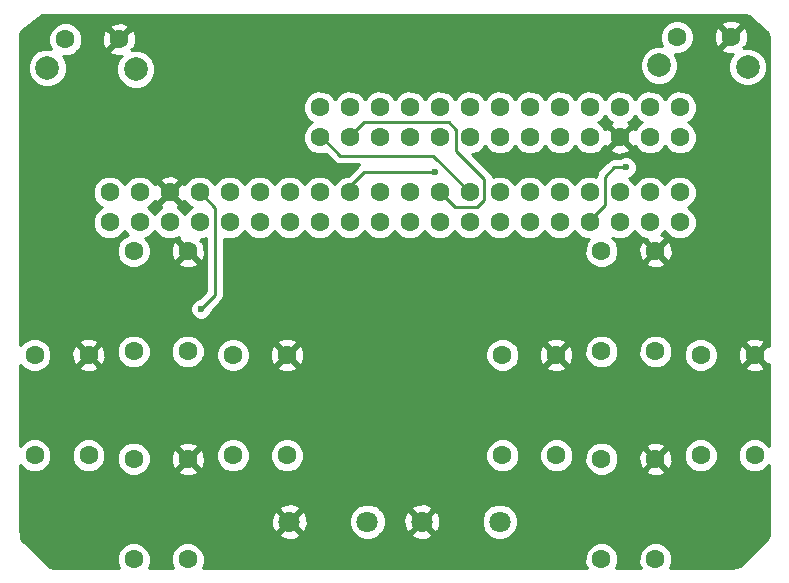
<source format=gbr>
G04 #@! TF.FileFunction,Copper,L2,Bot,Signal*
%FSLAX46Y46*%
G04 Gerber Fmt 4.6, Leading zero omitted, Abs format (unit mm)*
G04 Created by KiCad (PCBNEW 4.0.5+dfsg1-4) date Wed Feb 14 20:28:42 2018*
%MOMM*%
%LPD*%
G01*
G04 APERTURE LIST*
%ADD10C,0.100000*%
%ADD11C,1.600000*%
%ADD12C,2.000000*%
%ADD13C,1.800000*%
%ADD14C,0.600000*%
%ADD15C,0.250000*%
%ADD16C,0.254000*%
G04 APERTURE END LIST*
D10*
D11*
X120514000Y-90765000D03*
X125086000Y-90765000D03*
D12*
X126483000Y-93305000D03*
X118990000Y-93178000D03*
D13*
X146102000Y-131600000D03*
X139498000Y-131600000D03*
X157302000Y-131600000D03*
X150698000Y-131600000D03*
D11*
X172314000Y-90565000D03*
X176886000Y-90565000D03*
D12*
X178283000Y-93105000D03*
X170790000Y-92978000D03*
D11*
X130886000Y-117191000D03*
X126314000Y-117191000D03*
X130886000Y-108682000D03*
X126314000Y-108682000D03*
X162086000Y-125991000D03*
X157514000Y-125991000D03*
X162086000Y-117482000D03*
X157514000Y-117482000D03*
X170486000Y-134791000D03*
X165914000Y-134791000D03*
X170486000Y-126282000D03*
X165914000Y-126282000D03*
X142090000Y-96530000D03*
X144630000Y-96530000D03*
X147170000Y-96530000D03*
X149710000Y-96530000D03*
X152250000Y-96530000D03*
X154790000Y-96530000D03*
X157330000Y-96530000D03*
X159870000Y-96530000D03*
X162410000Y-96530000D03*
X164950000Y-96530000D03*
X167490000Y-96530000D03*
X170030000Y-96530000D03*
X172570000Y-96530000D03*
X142090000Y-99070000D03*
X172570000Y-99070000D03*
X170030000Y-99070000D03*
X167490000Y-99070000D03*
X164950000Y-99070000D03*
X162410000Y-99070000D03*
X159870000Y-99070000D03*
X157330000Y-99070000D03*
X154790000Y-99070000D03*
X152250000Y-99070000D03*
X149710000Y-99070000D03*
X147170000Y-99070000D03*
X144630000Y-99070000D03*
X178886000Y-125991000D03*
X174314000Y-125991000D03*
X178886000Y-117482000D03*
X174314000Y-117482000D03*
X139286000Y-125991000D03*
X134714000Y-125991000D03*
X139286000Y-117482000D03*
X134714000Y-117482000D03*
X170486000Y-117191000D03*
X165914000Y-117191000D03*
X170486000Y-108682000D03*
X165914000Y-108682000D03*
X122486000Y-125991000D03*
X117914000Y-125991000D03*
X122486000Y-117482000D03*
X117914000Y-117482000D03*
X130886000Y-134791000D03*
X126314000Y-134791000D03*
X130886000Y-126282000D03*
X126314000Y-126282000D03*
X147130000Y-106270000D03*
X147130000Y-103730000D03*
X144590000Y-106270000D03*
X142050000Y-106270000D03*
X139510000Y-106270000D03*
X136970000Y-106270000D03*
X134430000Y-106270000D03*
X131890000Y-106270000D03*
X129350000Y-106270000D03*
X126810000Y-106270000D03*
X124270000Y-106270000D03*
X144590000Y-103730000D03*
X142050000Y-103730000D03*
X139510000Y-103730000D03*
X136970000Y-103730000D03*
X134430000Y-103730000D03*
X131890000Y-103730000D03*
X129350000Y-103730000D03*
X126810000Y-103730000D03*
X124270000Y-103730000D03*
X149670000Y-106270000D03*
X149670000Y-103730000D03*
X152210000Y-106270000D03*
X152210000Y-103730000D03*
X154750000Y-106270000D03*
X154750000Y-103730000D03*
X157290000Y-106270000D03*
X157290000Y-103730000D03*
X159830000Y-106270000D03*
X159830000Y-103730000D03*
X162370000Y-106270000D03*
X162370000Y-103730000D03*
X164910000Y-106270000D03*
X164910000Y-103730000D03*
X167450000Y-106270000D03*
X167450000Y-103730000D03*
X169990000Y-106270000D03*
X169990000Y-103730000D03*
X172530000Y-106270000D03*
X172530000Y-103730000D03*
D14*
X151800000Y-102000000D03*
X132000000Y-113600000D03*
X168000000Y-101600000D03*
D15*
X142090000Y-99070000D02*
X142270000Y-99070000D01*
X142270000Y-99070000D02*
X143800000Y-100600000D01*
X143800000Y-100600000D02*
X151620000Y-100600000D01*
X151620000Y-100600000D02*
X154750000Y-103730000D01*
X145800000Y-102000000D02*
X144590000Y-103210000D01*
X151800000Y-102000000D02*
X145800000Y-102000000D01*
X144590000Y-103210000D02*
X144590000Y-103730000D01*
X144630000Y-99070000D02*
X144630000Y-98970000D01*
X144630000Y-98970000D02*
X145800000Y-97800000D01*
X145800000Y-97800000D02*
X153000000Y-97800000D01*
X153000000Y-97800000D02*
X153600000Y-98400000D01*
X153600000Y-98400000D02*
X153600000Y-100200000D01*
X153600000Y-100200000D02*
X156000000Y-102600000D01*
X156000000Y-102600000D02*
X156000000Y-104400000D01*
X156000000Y-104400000D02*
X155400000Y-105000000D01*
X155400000Y-105000000D02*
X153480000Y-105000000D01*
X153480000Y-105000000D02*
X152210000Y-103730000D01*
X133200000Y-105040000D02*
X131890000Y-103730000D01*
X133200000Y-112400000D02*
X133200000Y-105040000D01*
X132000000Y-113600000D02*
X133200000Y-112400000D01*
X162230000Y-106270000D02*
X162470000Y-106270000D01*
X164910000Y-106270000D02*
X164910000Y-106090000D01*
X164910000Y-106090000D02*
X166200000Y-104800000D01*
X166200000Y-104800000D02*
X166200000Y-102400000D01*
X166200000Y-102400000D02*
X167000000Y-101600000D01*
X167000000Y-101600000D02*
X168000000Y-101600000D01*
D16*
G36*
X118800000Y-88710000D02*
X178130069Y-88710000D01*
X178414419Y-88766561D01*
X179997700Y-90205907D01*
X180090000Y-90669931D01*
X180090000Y-116712975D01*
X179893745Y-116653861D01*
X179065605Y-117482000D01*
X179893745Y-118310139D01*
X180090000Y-118251025D01*
X180090000Y-125165934D01*
X179699923Y-124775176D01*
X179172691Y-124556250D01*
X178601813Y-124555752D01*
X178074200Y-124773757D01*
X177670176Y-125177077D01*
X177451250Y-125704309D01*
X177450752Y-126275187D01*
X177668757Y-126802800D01*
X178072077Y-127206824D01*
X178599309Y-127425750D01*
X179170187Y-127426248D01*
X179697800Y-127208243D01*
X180090000Y-126816726D01*
X180090000Y-132710118D01*
X180013683Y-133006711D01*
X177626299Y-135394095D01*
X176949913Y-135490000D01*
X171749544Y-135490000D01*
X171920750Y-135077691D01*
X171921248Y-134506813D01*
X171703243Y-133979200D01*
X171299923Y-133575176D01*
X170772691Y-133356250D01*
X170201813Y-133355752D01*
X169674200Y-133573757D01*
X169270176Y-133977077D01*
X169051250Y-134504309D01*
X169050752Y-135075187D01*
X169222149Y-135490000D01*
X167177544Y-135490000D01*
X167348750Y-135077691D01*
X167349248Y-134506813D01*
X167131243Y-133979200D01*
X166727923Y-133575176D01*
X166200691Y-133356250D01*
X165629813Y-133355752D01*
X165102200Y-133573757D01*
X164698176Y-133977077D01*
X164479250Y-134504309D01*
X164478752Y-135075187D01*
X164650149Y-135490000D01*
X132149544Y-135490000D01*
X132320750Y-135077691D01*
X132321248Y-134506813D01*
X132103243Y-133979200D01*
X131699923Y-133575176D01*
X131172691Y-133356250D01*
X130601813Y-133355752D01*
X130074200Y-133573757D01*
X129670176Y-133977077D01*
X129451250Y-134504309D01*
X129450752Y-135075187D01*
X129622149Y-135490000D01*
X127577544Y-135490000D01*
X127748750Y-135077691D01*
X127749248Y-134506813D01*
X127531243Y-133979200D01*
X127127923Y-133575176D01*
X126600691Y-133356250D01*
X126029813Y-133355752D01*
X125502200Y-133573757D01*
X125098176Y-133977077D01*
X124879250Y-134504309D01*
X124878752Y-135075187D01*
X125050149Y-135490000D01*
X119489882Y-135490000D01*
X119193289Y-135413683D01*
X116805905Y-133026299D01*
X116756826Y-132680159D01*
X138597446Y-132680159D01*
X138683852Y-132936643D01*
X139257336Y-133146458D01*
X139867460Y-133120839D01*
X140312148Y-132936643D01*
X140398554Y-132680159D01*
X139498000Y-131779605D01*
X138597446Y-132680159D01*
X116756826Y-132680159D01*
X116710000Y-132349913D01*
X116710000Y-131359336D01*
X137951542Y-131359336D01*
X137977161Y-131969460D01*
X138161357Y-132414148D01*
X138417841Y-132500554D01*
X139318395Y-131600000D01*
X139677605Y-131600000D01*
X140578159Y-132500554D01*
X140834643Y-132414148D01*
X141021289Y-131903991D01*
X144566735Y-131903991D01*
X144799932Y-132468371D01*
X145231357Y-132900551D01*
X145795330Y-133134733D01*
X146405991Y-133135265D01*
X146970371Y-132902068D01*
X147192668Y-132680159D01*
X149797446Y-132680159D01*
X149883852Y-132936643D01*
X150457336Y-133146458D01*
X151067460Y-133120839D01*
X151512148Y-132936643D01*
X151598554Y-132680159D01*
X150698000Y-131779605D01*
X149797446Y-132680159D01*
X147192668Y-132680159D01*
X147402551Y-132470643D01*
X147636733Y-131906670D01*
X147637209Y-131359336D01*
X149151542Y-131359336D01*
X149177161Y-131969460D01*
X149361357Y-132414148D01*
X149617841Y-132500554D01*
X150518395Y-131600000D01*
X150877605Y-131600000D01*
X151778159Y-132500554D01*
X152034643Y-132414148D01*
X152221289Y-131903991D01*
X155766735Y-131903991D01*
X155999932Y-132468371D01*
X156431357Y-132900551D01*
X156995330Y-133134733D01*
X157605991Y-133135265D01*
X158170371Y-132902068D01*
X158602551Y-132470643D01*
X158836733Y-131906670D01*
X158837265Y-131296009D01*
X158604068Y-130731629D01*
X158172643Y-130299449D01*
X157608670Y-130065267D01*
X156998009Y-130064735D01*
X156433629Y-130297932D01*
X156001449Y-130729357D01*
X155767267Y-131293330D01*
X155766735Y-131903991D01*
X152221289Y-131903991D01*
X152244458Y-131840664D01*
X152218839Y-131230540D01*
X152034643Y-130785852D01*
X151778159Y-130699446D01*
X150877605Y-131600000D01*
X150518395Y-131600000D01*
X149617841Y-130699446D01*
X149361357Y-130785852D01*
X149151542Y-131359336D01*
X147637209Y-131359336D01*
X147637265Y-131296009D01*
X147404068Y-130731629D01*
X147192650Y-130519841D01*
X149797446Y-130519841D01*
X150698000Y-131420395D01*
X151598554Y-130519841D01*
X151512148Y-130263357D01*
X150938664Y-130053542D01*
X150328540Y-130079161D01*
X149883852Y-130263357D01*
X149797446Y-130519841D01*
X147192650Y-130519841D01*
X146972643Y-130299449D01*
X146408670Y-130065267D01*
X145798009Y-130064735D01*
X145233629Y-130297932D01*
X144801449Y-130729357D01*
X144567267Y-131293330D01*
X144566735Y-131903991D01*
X141021289Y-131903991D01*
X141044458Y-131840664D01*
X141018839Y-131230540D01*
X140834643Y-130785852D01*
X140578159Y-130699446D01*
X139677605Y-131600000D01*
X139318395Y-131600000D01*
X138417841Y-130699446D01*
X138161357Y-130785852D01*
X137951542Y-131359336D01*
X116710000Y-131359336D01*
X116710000Y-130519841D01*
X138597446Y-130519841D01*
X139498000Y-131420395D01*
X140398554Y-130519841D01*
X140312148Y-130263357D01*
X139738664Y-130053542D01*
X139128540Y-130079161D01*
X138683852Y-130263357D01*
X138597446Y-130519841D01*
X116710000Y-130519841D01*
X116710000Y-126816066D01*
X117100077Y-127206824D01*
X117627309Y-127425750D01*
X118198187Y-127426248D01*
X118725800Y-127208243D01*
X119129824Y-126804923D01*
X119348750Y-126277691D01*
X119348752Y-126275187D01*
X121050752Y-126275187D01*
X121268757Y-126802800D01*
X121672077Y-127206824D01*
X122199309Y-127425750D01*
X122770187Y-127426248D01*
X123297800Y-127208243D01*
X123701824Y-126804923D01*
X123800955Y-126566187D01*
X124878752Y-126566187D01*
X125096757Y-127093800D01*
X125500077Y-127497824D01*
X126027309Y-127716750D01*
X126598187Y-127717248D01*
X127125800Y-127499243D01*
X127335663Y-127289745D01*
X130057861Y-127289745D01*
X130131995Y-127535864D01*
X130669223Y-127728965D01*
X131239454Y-127701778D01*
X131640005Y-127535864D01*
X131714139Y-127289745D01*
X130886000Y-126461605D01*
X130057861Y-127289745D01*
X127335663Y-127289745D01*
X127529824Y-127095923D01*
X127748750Y-126568691D01*
X127749189Y-126065223D01*
X129439035Y-126065223D01*
X129466222Y-126635454D01*
X129632136Y-127036005D01*
X129878255Y-127110139D01*
X130706395Y-126282000D01*
X131065605Y-126282000D01*
X131893745Y-127110139D01*
X132139864Y-127036005D01*
X132332965Y-126498777D01*
X132322305Y-126275187D01*
X133278752Y-126275187D01*
X133496757Y-126802800D01*
X133900077Y-127206824D01*
X134427309Y-127425750D01*
X134998187Y-127426248D01*
X135525800Y-127208243D01*
X135929824Y-126804923D01*
X136148750Y-126277691D01*
X136148752Y-126275187D01*
X137850752Y-126275187D01*
X138068757Y-126802800D01*
X138472077Y-127206824D01*
X138999309Y-127425750D01*
X139570187Y-127426248D01*
X140097800Y-127208243D01*
X140501824Y-126804923D01*
X140720750Y-126277691D01*
X140720752Y-126275187D01*
X156078752Y-126275187D01*
X156296757Y-126802800D01*
X156700077Y-127206824D01*
X157227309Y-127425750D01*
X157798187Y-127426248D01*
X158325800Y-127208243D01*
X158729824Y-126804923D01*
X158948750Y-126277691D01*
X158948752Y-126275187D01*
X160650752Y-126275187D01*
X160868757Y-126802800D01*
X161272077Y-127206824D01*
X161799309Y-127425750D01*
X162370187Y-127426248D01*
X162897800Y-127208243D01*
X163301824Y-126804923D01*
X163400955Y-126566187D01*
X164478752Y-126566187D01*
X164696757Y-127093800D01*
X165100077Y-127497824D01*
X165627309Y-127716750D01*
X166198187Y-127717248D01*
X166725800Y-127499243D01*
X166935663Y-127289745D01*
X169657861Y-127289745D01*
X169731995Y-127535864D01*
X170269223Y-127728965D01*
X170839454Y-127701778D01*
X171240005Y-127535864D01*
X171314139Y-127289745D01*
X170486000Y-126461605D01*
X169657861Y-127289745D01*
X166935663Y-127289745D01*
X167129824Y-127095923D01*
X167348750Y-126568691D01*
X167349189Y-126065223D01*
X169039035Y-126065223D01*
X169066222Y-126635454D01*
X169232136Y-127036005D01*
X169478255Y-127110139D01*
X170306395Y-126282000D01*
X170665605Y-126282000D01*
X171493745Y-127110139D01*
X171739864Y-127036005D01*
X171932965Y-126498777D01*
X171922305Y-126275187D01*
X172878752Y-126275187D01*
X173096757Y-126802800D01*
X173500077Y-127206824D01*
X174027309Y-127425750D01*
X174598187Y-127426248D01*
X175125800Y-127208243D01*
X175529824Y-126804923D01*
X175748750Y-126277691D01*
X175749248Y-125706813D01*
X175531243Y-125179200D01*
X175127923Y-124775176D01*
X174600691Y-124556250D01*
X174029813Y-124555752D01*
X173502200Y-124773757D01*
X173098176Y-125177077D01*
X172879250Y-125704309D01*
X172878752Y-126275187D01*
X171922305Y-126275187D01*
X171905778Y-125928546D01*
X171739864Y-125527995D01*
X171493745Y-125453861D01*
X170665605Y-126282000D01*
X170306395Y-126282000D01*
X169478255Y-125453861D01*
X169232136Y-125527995D01*
X169039035Y-126065223D01*
X167349189Y-126065223D01*
X167349248Y-125997813D01*
X167131243Y-125470200D01*
X166935640Y-125274255D01*
X169657861Y-125274255D01*
X170486000Y-126102395D01*
X171314139Y-125274255D01*
X171240005Y-125028136D01*
X170702777Y-124835035D01*
X170132546Y-124862222D01*
X169731995Y-125028136D01*
X169657861Y-125274255D01*
X166935640Y-125274255D01*
X166727923Y-125066176D01*
X166200691Y-124847250D01*
X165629813Y-124846752D01*
X165102200Y-125064757D01*
X164698176Y-125468077D01*
X164479250Y-125995309D01*
X164478752Y-126566187D01*
X163400955Y-126566187D01*
X163520750Y-126277691D01*
X163521248Y-125706813D01*
X163303243Y-125179200D01*
X162899923Y-124775176D01*
X162372691Y-124556250D01*
X161801813Y-124555752D01*
X161274200Y-124773757D01*
X160870176Y-125177077D01*
X160651250Y-125704309D01*
X160650752Y-126275187D01*
X158948752Y-126275187D01*
X158949248Y-125706813D01*
X158731243Y-125179200D01*
X158327923Y-124775176D01*
X157800691Y-124556250D01*
X157229813Y-124555752D01*
X156702200Y-124773757D01*
X156298176Y-125177077D01*
X156079250Y-125704309D01*
X156078752Y-126275187D01*
X140720752Y-126275187D01*
X140721248Y-125706813D01*
X140503243Y-125179200D01*
X140099923Y-124775176D01*
X139572691Y-124556250D01*
X139001813Y-124555752D01*
X138474200Y-124773757D01*
X138070176Y-125177077D01*
X137851250Y-125704309D01*
X137850752Y-126275187D01*
X136148752Y-126275187D01*
X136149248Y-125706813D01*
X135931243Y-125179200D01*
X135527923Y-124775176D01*
X135000691Y-124556250D01*
X134429813Y-124555752D01*
X133902200Y-124773757D01*
X133498176Y-125177077D01*
X133279250Y-125704309D01*
X133278752Y-126275187D01*
X132322305Y-126275187D01*
X132305778Y-125928546D01*
X132139864Y-125527995D01*
X131893745Y-125453861D01*
X131065605Y-126282000D01*
X130706395Y-126282000D01*
X129878255Y-125453861D01*
X129632136Y-125527995D01*
X129439035Y-126065223D01*
X127749189Y-126065223D01*
X127749248Y-125997813D01*
X127531243Y-125470200D01*
X127335640Y-125274255D01*
X130057861Y-125274255D01*
X130886000Y-126102395D01*
X131714139Y-125274255D01*
X131640005Y-125028136D01*
X131102777Y-124835035D01*
X130532546Y-124862222D01*
X130131995Y-125028136D01*
X130057861Y-125274255D01*
X127335640Y-125274255D01*
X127127923Y-125066176D01*
X126600691Y-124847250D01*
X126029813Y-124846752D01*
X125502200Y-125064757D01*
X125098176Y-125468077D01*
X124879250Y-125995309D01*
X124878752Y-126566187D01*
X123800955Y-126566187D01*
X123920750Y-126277691D01*
X123921248Y-125706813D01*
X123703243Y-125179200D01*
X123299923Y-124775176D01*
X122772691Y-124556250D01*
X122201813Y-124555752D01*
X121674200Y-124773757D01*
X121270176Y-125177077D01*
X121051250Y-125704309D01*
X121050752Y-126275187D01*
X119348752Y-126275187D01*
X119349248Y-125706813D01*
X119131243Y-125179200D01*
X118727923Y-124775176D01*
X118200691Y-124556250D01*
X117629813Y-124555752D01*
X117102200Y-124773757D01*
X116710000Y-125165274D01*
X116710000Y-118307066D01*
X117100077Y-118697824D01*
X117627309Y-118916750D01*
X118198187Y-118917248D01*
X118725800Y-118699243D01*
X118935663Y-118489745D01*
X121657861Y-118489745D01*
X121731995Y-118735864D01*
X122269223Y-118928965D01*
X122839454Y-118901778D01*
X123240005Y-118735864D01*
X123314139Y-118489745D01*
X122486000Y-117661605D01*
X121657861Y-118489745D01*
X118935663Y-118489745D01*
X119129824Y-118295923D01*
X119348750Y-117768691D01*
X119349189Y-117265223D01*
X121039035Y-117265223D01*
X121066222Y-117835454D01*
X121232136Y-118236005D01*
X121478255Y-118310139D01*
X122306395Y-117482000D01*
X122665605Y-117482000D01*
X123493745Y-118310139D01*
X123739864Y-118236005D01*
X123932965Y-117698777D01*
X123922305Y-117475187D01*
X124878752Y-117475187D01*
X125096757Y-118002800D01*
X125500077Y-118406824D01*
X126027309Y-118625750D01*
X126598187Y-118626248D01*
X127125800Y-118408243D01*
X127529824Y-118004923D01*
X127748750Y-117477691D01*
X127748752Y-117475187D01*
X129450752Y-117475187D01*
X129668757Y-118002800D01*
X130072077Y-118406824D01*
X130599309Y-118625750D01*
X131170187Y-118626248D01*
X131697800Y-118408243D01*
X132101824Y-118004923D01*
X132200955Y-117766187D01*
X133278752Y-117766187D01*
X133496757Y-118293800D01*
X133900077Y-118697824D01*
X134427309Y-118916750D01*
X134998187Y-118917248D01*
X135525800Y-118699243D01*
X135735663Y-118489745D01*
X138457861Y-118489745D01*
X138531995Y-118735864D01*
X139069223Y-118928965D01*
X139639454Y-118901778D01*
X140040005Y-118735864D01*
X140114139Y-118489745D01*
X139286000Y-117661605D01*
X138457861Y-118489745D01*
X135735663Y-118489745D01*
X135929824Y-118295923D01*
X136148750Y-117768691D01*
X136149189Y-117265223D01*
X137839035Y-117265223D01*
X137866222Y-117835454D01*
X138032136Y-118236005D01*
X138278255Y-118310139D01*
X139106395Y-117482000D01*
X139465605Y-117482000D01*
X140293745Y-118310139D01*
X140539864Y-118236005D01*
X140708735Y-117766187D01*
X156078752Y-117766187D01*
X156296757Y-118293800D01*
X156700077Y-118697824D01*
X157227309Y-118916750D01*
X157798187Y-118917248D01*
X158325800Y-118699243D01*
X158535663Y-118489745D01*
X161257861Y-118489745D01*
X161331995Y-118735864D01*
X161869223Y-118928965D01*
X162439454Y-118901778D01*
X162840005Y-118735864D01*
X162914139Y-118489745D01*
X162086000Y-117661605D01*
X161257861Y-118489745D01*
X158535663Y-118489745D01*
X158729824Y-118295923D01*
X158948750Y-117768691D01*
X158949189Y-117265223D01*
X160639035Y-117265223D01*
X160666222Y-117835454D01*
X160832136Y-118236005D01*
X161078255Y-118310139D01*
X161906395Y-117482000D01*
X162265605Y-117482000D01*
X163093745Y-118310139D01*
X163339864Y-118236005D01*
X163532965Y-117698777D01*
X163522305Y-117475187D01*
X164478752Y-117475187D01*
X164696757Y-118002800D01*
X165100077Y-118406824D01*
X165627309Y-118625750D01*
X166198187Y-118626248D01*
X166725800Y-118408243D01*
X167129824Y-118004923D01*
X167348750Y-117477691D01*
X167348752Y-117475187D01*
X169050752Y-117475187D01*
X169268757Y-118002800D01*
X169672077Y-118406824D01*
X170199309Y-118625750D01*
X170770187Y-118626248D01*
X171297800Y-118408243D01*
X171701824Y-118004923D01*
X171800955Y-117766187D01*
X172878752Y-117766187D01*
X173096757Y-118293800D01*
X173500077Y-118697824D01*
X174027309Y-118916750D01*
X174598187Y-118917248D01*
X175125800Y-118699243D01*
X175335663Y-118489745D01*
X178057861Y-118489745D01*
X178131995Y-118735864D01*
X178669223Y-118928965D01*
X179239454Y-118901778D01*
X179640005Y-118735864D01*
X179714139Y-118489745D01*
X178886000Y-117661605D01*
X178057861Y-118489745D01*
X175335663Y-118489745D01*
X175529824Y-118295923D01*
X175748750Y-117768691D01*
X175749189Y-117265223D01*
X177439035Y-117265223D01*
X177466222Y-117835454D01*
X177632136Y-118236005D01*
X177878255Y-118310139D01*
X178706395Y-117482000D01*
X177878255Y-116653861D01*
X177632136Y-116727995D01*
X177439035Y-117265223D01*
X175749189Y-117265223D01*
X175749248Y-117197813D01*
X175531243Y-116670200D01*
X175335640Y-116474255D01*
X178057861Y-116474255D01*
X178886000Y-117302395D01*
X179714139Y-116474255D01*
X179640005Y-116228136D01*
X179102777Y-116035035D01*
X178532546Y-116062222D01*
X178131995Y-116228136D01*
X178057861Y-116474255D01*
X175335640Y-116474255D01*
X175127923Y-116266176D01*
X174600691Y-116047250D01*
X174029813Y-116046752D01*
X173502200Y-116264757D01*
X173098176Y-116668077D01*
X172879250Y-117195309D01*
X172878752Y-117766187D01*
X171800955Y-117766187D01*
X171920750Y-117477691D01*
X171921248Y-116906813D01*
X171703243Y-116379200D01*
X171299923Y-115975176D01*
X170772691Y-115756250D01*
X170201813Y-115755752D01*
X169674200Y-115973757D01*
X169270176Y-116377077D01*
X169051250Y-116904309D01*
X169050752Y-117475187D01*
X167348752Y-117475187D01*
X167349248Y-116906813D01*
X167131243Y-116379200D01*
X166727923Y-115975176D01*
X166200691Y-115756250D01*
X165629813Y-115755752D01*
X165102200Y-115973757D01*
X164698176Y-116377077D01*
X164479250Y-116904309D01*
X164478752Y-117475187D01*
X163522305Y-117475187D01*
X163505778Y-117128546D01*
X163339864Y-116727995D01*
X163093745Y-116653861D01*
X162265605Y-117482000D01*
X161906395Y-117482000D01*
X161078255Y-116653861D01*
X160832136Y-116727995D01*
X160639035Y-117265223D01*
X158949189Y-117265223D01*
X158949248Y-117197813D01*
X158731243Y-116670200D01*
X158535640Y-116474255D01*
X161257861Y-116474255D01*
X162086000Y-117302395D01*
X162914139Y-116474255D01*
X162840005Y-116228136D01*
X162302777Y-116035035D01*
X161732546Y-116062222D01*
X161331995Y-116228136D01*
X161257861Y-116474255D01*
X158535640Y-116474255D01*
X158327923Y-116266176D01*
X157800691Y-116047250D01*
X157229813Y-116046752D01*
X156702200Y-116264757D01*
X156298176Y-116668077D01*
X156079250Y-117195309D01*
X156078752Y-117766187D01*
X140708735Y-117766187D01*
X140732965Y-117698777D01*
X140705778Y-117128546D01*
X140539864Y-116727995D01*
X140293745Y-116653861D01*
X139465605Y-117482000D01*
X139106395Y-117482000D01*
X138278255Y-116653861D01*
X138032136Y-116727995D01*
X137839035Y-117265223D01*
X136149189Y-117265223D01*
X136149248Y-117197813D01*
X135931243Y-116670200D01*
X135735640Y-116474255D01*
X138457861Y-116474255D01*
X139286000Y-117302395D01*
X140114139Y-116474255D01*
X140040005Y-116228136D01*
X139502777Y-116035035D01*
X138932546Y-116062222D01*
X138531995Y-116228136D01*
X138457861Y-116474255D01*
X135735640Y-116474255D01*
X135527923Y-116266176D01*
X135000691Y-116047250D01*
X134429813Y-116046752D01*
X133902200Y-116264757D01*
X133498176Y-116668077D01*
X133279250Y-117195309D01*
X133278752Y-117766187D01*
X132200955Y-117766187D01*
X132320750Y-117477691D01*
X132321248Y-116906813D01*
X132103243Y-116379200D01*
X131699923Y-115975176D01*
X131172691Y-115756250D01*
X130601813Y-115755752D01*
X130074200Y-115973757D01*
X129670176Y-116377077D01*
X129451250Y-116904309D01*
X129450752Y-117475187D01*
X127748752Y-117475187D01*
X127749248Y-116906813D01*
X127531243Y-116379200D01*
X127127923Y-115975176D01*
X126600691Y-115756250D01*
X126029813Y-115755752D01*
X125502200Y-115973757D01*
X125098176Y-116377077D01*
X124879250Y-116904309D01*
X124878752Y-117475187D01*
X123922305Y-117475187D01*
X123905778Y-117128546D01*
X123739864Y-116727995D01*
X123493745Y-116653861D01*
X122665605Y-117482000D01*
X122306395Y-117482000D01*
X121478255Y-116653861D01*
X121232136Y-116727995D01*
X121039035Y-117265223D01*
X119349189Y-117265223D01*
X119349248Y-117197813D01*
X119131243Y-116670200D01*
X118935640Y-116474255D01*
X121657861Y-116474255D01*
X122486000Y-117302395D01*
X123314139Y-116474255D01*
X123240005Y-116228136D01*
X122702777Y-116035035D01*
X122132546Y-116062222D01*
X121731995Y-116228136D01*
X121657861Y-116474255D01*
X118935640Y-116474255D01*
X118727923Y-116266176D01*
X118200691Y-116047250D01*
X117629813Y-116046752D01*
X117102200Y-116264757D01*
X116710000Y-116656274D01*
X116710000Y-104014187D01*
X122834752Y-104014187D01*
X123052757Y-104541800D01*
X123456077Y-104945824D01*
X123586215Y-104999862D01*
X123458200Y-105052757D01*
X123054176Y-105456077D01*
X122835250Y-105983309D01*
X122834752Y-106554187D01*
X123052757Y-107081800D01*
X123456077Y-107485824D01*
X123983309Y-107704750D01*
X124554187Y-107705248D01*
X125081800Y-107487243D01*
X125485824Y-107083923D01*
X125539862Y-106953785D01*
X125592757Y-107081800D01*
X125836966Y-107326435D01*
X125502200Y-107464757D01*
X125098176Y-107868077D01*
X124879250Y-108395309D01*
X124878752Y-108966187D01*
X125096757Y-109493800D01*
X125500077Y-109897824D01*
X126027309Y-110116750D01*
X126598187Y-110117248D01*
X127125800Y-109899243D01*
X127335663Y-109689745D01*
X130057861Y-109689745D01*
X130131995Y-109935864D01*
X130669223Y-110128965D01*
X131239454Y-110101778D01*
X131640005Y-109935864D01*
X131714139Y-109689745D01*
X130886000Y-108861605D01*
X130057861Y-109689745D01*
X127335663Y-109689745D01*
X127529824Y-109495923D01*
X127748750Y-108968691D01*
X127749189Y-108465223D01*
X129439035Y-108465223D01*
X129466222Y-109035454D01*
X129632136Y-109436005D01*
X129878255Y-109510139D01*
X130706395Y-108682000D01*
X129878255Y-107853861D01*
X129632136Y-107927995D01*
X129439035Y-108465223D01*
X127749189Y-108465223D01*
X127749248Y-108397813D01*
X127531243Y-107870200D01*
X127287034Y-107625565D01*
X127621800Y-107487243D01*
X128025824Y-107083923D01*
X128079862Y-106953785D01*
X128132757Y-107081800D01*
X128536077Y-107485824D01*
X129063309Y-107704750D01*
X129634187Y-107705248D01*
X130107424Y-107509711D01*
X130057861Y-107674255D01*
X130886000Y-108502395D01*
X130900142Y-108488252D01*
X131079748Y-108667858D01*
X131065605Y-108682000D01*
X131893745Y-109510139D01*
X132139864Y-109436005D01*
X132332965Y-108898777D01*
X132305778Y-108328546D01*
X132139864Y-107927995D01*
X131893747Y-107853861D01*
X132008622Y-107738986D01*
X131974710Y-107705074D01*
X132174187Y-107705248D01*
X132440000Y-107595416D01*
X132440000Y-112085198D01*
X131860320Y-112664878D01*
X131814833Y-112664838D01*
X131471057Y-112806883D01*
X131207808Y-113069673D01*
X131065162Y-113413201D01*
X131064838Y-113785167D01*
X131206883Y-114128943D01*
X131469673Y-114392192D01*
X131813201Y-114534838D01*
X132185167Y-114535162D01*
X132528943Y-114393117D01*
X132792192Y-114130327D01*
X132934838Y-113786799D01*
X132934879Y-113739923D01*
X133737401Y-112937401D01*
X133902148Y-112690840D01*
X133960000Y-112400000D01*
X133960000Y-107628633D01*
X134143309Y-107704750D01*
X134714187Y-107705248D01*
X135241800Y-107487243D01*
X135645824Y-107083923D01*
X135699862Y-106953785D01*
X135752757Y-107081800D01*
X136156077Y-107485824D01*
X136683309Y-107704750D01*
X137254187Y-107705248D01*
X137781800Y-107487243D01*
X138185824Y-107083923D01*
X138239862Y-106953785D01*
X138292757Y-107081800D01*
X138696077Y-107485824D01*
X139223309Y-107704750D01*
X139794187Y-107705248D01*
X140321800Y-107487243D01*
X140725824Y-107083923D01*
X140779862Y-106953785D01*
X140832757Y-107081800D01*
X141236077Y-107485824D01*
X141763309Y-107704750D01*
X142334187Y-107705248D01*
X142861800Y-107487243D01*
X143265824Y-107083923D01*
X143319862Y-106953785D01*
X143372757Y-107081800D01*
X143776077Y-107485824D01*
X144303309Y-107704750D01*
X144874187Y-107705248D01*
X145401800Y-107487243D01*
X145805824Y-107083923D01*
X145859862Y-106953785D01*
X145912757Y-107081800D01*
X146316077Y-107485824D01*
X146843309Y-107704750D01*
X147414187Y-107705248D01*
X147941800Y-107487243D01*
X148345824Y-107083923D01*
X148399862Y-106953785D01*
X148452757Y-107081800D01*
X148856077Y-107485824D01*
X149383309Y-107704750D01*
X149954187Y-107705248D01*
X150481800Y-107487243D01*
X150885824Y-107083923D01*
X150939862Y-106953785D01*
X150992757Y-107081800D01*
X151396077Y-107485824D01*
X151923309Y-107704750D01*
X152494187Y-107705248D01*
X153021800Y-107487243D01*
X153425824Y-107083923D01*
X153479862Y-106953785D01*
X153532757Y-107081800D01*
X153936077Y-107485824D01*
X154463309Y-107704750D01*
X155034187Y-107705248D01*
X155561800Y-107487243D01*
X155965824Y-107083923D01*
X156019862Y-106953785D01*
X156072757Y-107081800D01*
X156476077Y-107485824D01*
X157003309Y-107704750D01*
X157574187Y-107705248D01*
X158101800Y-107487243D01*
X158505824Y-107083923D01*
X158559862Y-106953785D01*
X158612757Y-107081800D01*
X159016077Y-107485824D01*
X159543309Y-107704750D01*
X160114187Y-107705248D01*
X160641800Y-107487243D01*
X161045824Y-107083923D01*
X161099862Y-106953785D01*
X161152757Y-107081800D01*
X161556077Y-107485824D01*
X162083309Y-107704750D01*
X162654187Y-107705248D01*
X163181800Y-107487243D01*
X163585824Y-107083923D01*
X163639862Y-106953785D01*
X163692757Y-107081800D01*
X164096077Y-107485824D01*
X164623309Y-107704750D01*
X164861580Y-107704958D01*
X164698176Y-107868077D01*
X164479250Y-108395309D01*
X164478752Y-108966187D01*
X164696757Y-109493800D01*
X165100077Y-109897824D01*
X165627309Y-110116750D01*
X166198187Y-110117248D01*
X166725800Y-109899243D01*
X166935663Y-109689745D01*
X169657861Y-109689745D01*
X169731995Y-109935864D01*
X170269223Y-110128965D01*
X170839454Y-110101778D01*
X171240005Y-109935864D01*
X171314139Y-109689745D01*
X170486000Y-108861605D01*
X169657861Y-109689745D01*
X166935663Y-109689745D01*
X167129824Y-109495923D01*
X167348750Y-108968691D01*
X167349189Y-108465223D01*
X169039035Y-108465223D01*
X169066222Y-109035454D01*
X169232136Y-109436005D01*
X169478255Y-109510139D01*
X170306395Y-108682000D01*
X170665605Y-108682000D01*
X171493745Y-109510139D01*
X171739864Y-109436005D01*
X171932965Y-108898777D01*
X171905778Y-108328546D01*
X171739864Y-107927995D01*
X171493745Y-107853861D01*
X170665605Y-108682000D01*
X170306395Y-108682000D01*
X169478255Y-107853861D01*
X169232136Y-107927995D01*
X169039035Y-108465223D01*
X167349189Y-108465223D01*
X167349248Y-108397813D01*
X167131243Y-107870200D01*
X166826448Y-107564873D01*
X167163309Y-107704750D01*
X167734187Y-107705248D01*
X168261800Y-107487243D01*
X168665824Y-107083923D01*
X168719862Y-106953785D01*
X168772757Y-107081800D01*
X169176077Y-107485824D01*
X169677738Y-107694132D01*
X170486000Y-108502395D01*
X171314139Y-107674255D01*
X171240005Y-107428136D01*
X170961346Y-107327975D01*
X171205824Y-107083923D01*
X171259862Y-106953785D01*
X171312757Y-107081800D01*
X171716077Y-107485824D01*
X172243309Y-107704750D01*
X172814187Y-107705248D01*
X173341800Y-107487243D01*
X173745824Y-107083923D01*
X173964750Y-106556691D01*
X173965248Y-105985813D01*
X173747243Y-105458200D01*
X173343923Y-105054176D01*
X173213785Y-105000138D01*
X173341800Y-104947243D01*
X173745824Y-104543923D01*
X173964750Y-104016691D01*
X173965248Y-103445813D01*
X173747243Y-102918200D01*
X173343923Y-102514176D01*
X172816691Y-102295250D01*
X172245813Y-102294752D01*
X171718200Y-102512757D01*
X171314176Y-102916077D01*
X171260138Y-103046215D01*
X171207243Y-102918200D01*
X170803923Y-102514176D01*
X170276691Y-102295250D01*
X169705813Y-102294752D01*
X169178200Y-102512757D01*
X168774176Y-102916077D01*
X168720138Y-103046215D01*
X168667243Y-102918200D01*
X168263923Y-102514176D01*
X168249975Y-102508384D01*
X168528943Y-102393117D01*
X168792192Y-102130327D01*
X168934838Y-101786799D01*
X168935162Y-101414833D01*
X168793117Y-101071057D01*
X168530327Y-100807808D01*
X168186799Y-100665162D01*
X167814833Y-100664838D01*
X167471057Y-100806883D01*
X167437882Y-100840000D01*
X167000000Y-100840000D01*
X166709161Y-100897852D01*
X166462599Y-101062599D01*
X165662599Y-101862599D01*
X165497852Y-102109161D01*
X165440683Y-102396565D01*
X165196691Y-102295250D01*
X164625813Y-102294752D01*
X164098200Y-102512757D01*
X163694176Y-102916077D01*
X163640138Y-103046215D01*
X163587243Y-102918200D01*
X163183923Y-102514176D01*
X162656691Y-102295250D01*
X162085813Y-102294752D01*
X161558200Y-102512757D01*
X161154176Y-102916077D01*
X161100138Y-103046215D01*
X161047243Y-102918200D01*
X160643923Y-102514176D01*
X160116691Y-102295250D01*
X159545813Y-102294752D01*
X159018200Y-102512757D01*
X158614176Y-102916077D01*
X158560138Y-103046215D01*
X158507243Y-102918200D01*
X158103923Y-102514176D01*
X157576691Y-102295250D01*
X157005813Y-102294752D01*
X156722562Y-102411789D01*
X156702148Y-102309161D01*
X156537401Y-102062599D01*
X154979968Y-100505166D01*
X155074187Y-100505248D01*
X155601800Y-100287243D01*
X156005824Y-99883923D01*
X156059862Y-99753785D01*
X156112757Y-99881800D01*
X156516077Y-100285824D01*
X157043309Y-100504750D01*
X157614187Y-100505248D01*
X158141800Y-100287243D01*
X158545824Y-99883923D01*
X158599862Y-99753785D01*
X158652757Y-99881800D01*
X159056077Y-100285824D01*
X159583309Y-100504750D01*
X160154187Y-100505248D01*
X160681800Y-100287243D01*
X161085824Y-99883923D01*
X161139862Y-99753785D01*
X161192757Y-99881800D01*
X161596077Y-100285824D01*
X162123309Y-100504750D01*
X162694187Y-100505248D01*
X163221800Y-100287243D01*
X163625824Y-99883923D01*
X163679862Y-99753785D01*
X163732757Y-99881800D01*
X164136077Y-100285824D01*
X164663309Y-100504750D01*
X165234187Y-100505248D01*
X165761800Y-100287243D01*
X165971663Y-100077745D01*
X166661861Y-100077745D01*
X166735995Y-100323864D01*
X167273223Y-100516965D01*
X167843454Y-100489778D01*
X168244005Y-100323864D01*
X168318139Y-100077745D01*
X167490000Y-99249605D01*
X166661861Y-100077745D01*
X165971663Y-100077745D01*
X166165824Y-99883923D01*
X166213448Y-99769232D01*
X166236136Y-99824005D01*
X166482255Y-99898139D01*
X167310395Y-99070000D01*
X166482255Y-98241861D01*
X166236136Y-98315995D01*
X166215195Y-98374254D01*
X166167243Y-98258200D01*
X165763923Y-97854176D01*
X165633785Y-97800138D01*
X165761800Y-97747243D01*
X166165824Y-97343923D01*
X166219862Y-97213785D01*
X166272757Y-97341800D01*
X166676077Y-97745824D01*
X166790768Y-97793448D01*
X166735995Y-97816136D01*
X166661861Y-98062255D01*
X167490000Y-98890395D01*
X168318139Y-98062255D01*
X168244005Y-97816136D01*
X168185746Y-97795195D01*
X168301800Y-97747243D01*
X168705824Y-97343923D01*
X168759862Y-97213785D01*
X168812757Y-97341800D01*
X169216077Y-97745824D01*
X169346215Y-97799862D01*
X169218200Y-97852757D01*
X168814176Y-98256077D01*
X168766552Y-98370768D01*
X168743864Y-98315995D01*
X168497745Y-98241861D01*
X167669605Y-99070000D01*
X168497745Y-99898139D01*
X168743864Y-99824005D01*
X168764805Y-99765746D01*
X168812757Y-99881800D01*
X169216077Y-100285824D01*
X169743309Y-100504750D01*
X170314187Y-100505248D01*
X170841800Y-100287243D01*
X171245824Y-99883923D01*
X171299862Y-99753785D01*
X171352757Y-99881800D01*
X171756077Y-100285824D01*
X172283309Y-100504750D01*
X172854187Y-100505248D01*
X173381800Y-100287243D01*
X173785824Y-99883923D01*
X174004750Y-99356691D01*
X174005248Y-98785813D01*
X173787243Y-98258200D01*
X173383923Y-97854176D01*
X173253785Y-97800138D01*
X173381800Y-97747243D01*
X173785824Y-97343923D01*
X174004750Y-96816691D01*
X174005248Y-96245813D01*
X173787243Y-95718200D01*
X173383923Y-95314176D01*
X172856691Y-95095250D01*
X172285813Y-95094752D01*
X171758200Y-95312757D01*
X171354176Y-95716077D01*
X171300138Y-95846215D01*
X171247243Y-95718200D01*
X170843923Y-95314176D01*
X170316691Y-95095250D01*
X169745813Y-95094752D01*
X169218200Y-95312757D01*
X168814176Y-95716077D01*
X168760138Y-95846215D01*
X168707243Y-95718200D01*
X168303923Y-95314176D01*
X167776691Y-95095250D01*
X167205813Y-95094752D01*
X166678200Y-95312757D01*
X166274176Y-95716077D01*
X166220138Y-95846215D01*
X166167243Y-95718200D01*
X165763923Y-95314176D01*
X165236691Y-95095250D01*
X164665813Y-95094752D01*
X164138200Y-95312757D01*
X163734176Y-95716077D01*
X163680138Y-95846215D01*
X163627243Y-95718200D01*
X163223923Y-95314176D01*
X162696691Y-95095250D01*
X162125813Y-95094752D01*
X161598200Y-95312757D01*
X161194176Y-95716077D01*
X161140138Y-95846215D01*
X161087243Y-95718200D01*
X160683923Y-95314176D01*
X160156691Y-95095250D01*
X159585813Y-95094752D01*
X159058200Y-95312757D01*
X158654176Y-95716077D01*
X158600138Y-95846215D01*
X158547243Y-95718200D01*
X158143923Y-95314176D01*
X157616691Y-95095250D01*
X157045813Y-95094752D01*
X156518200Y-95312757D01*
X156114176Y-95716077D01*
X156060138Y-95846215D01*
X156007243Y-95718200D01*
X155603923Y-95314176D01*
X155076691Y-95095250D01*
X154505813Y-95094752D01*
X153978200Y-95312757D01*
X153574176Y-95716077D01*
X153520138Y-95846215D01*
X153467243Y-95718200D01*
X153063923Y-95314176D01*
X152536691Y-95095250D01*
X151965813Y-95094752D01*
X151438200Y-95312757D01*
X151034176Y-95716077D01*
X150980138Y-95846215D01*
X150927243Y-95718200D01*
X150523923Y-95314176D01*
X149996691Y-95095250D01*
X149425813Y-95094752D01*
X148898200Y-95312757D01*
X148494176Y-95716077D01*
X148440138Y-95846215D01*
X148387243Y-95718200D01*
X147983923Y-95314176D01*
X147456691Y-95095250D01*
X146885813Y-95094752D01*
X146358200Y-95312757D01*
X145954176Y-95716077D01*
X145900138Y-95846215D01*
X145847243Y-95718200D01*
X145443923Y-95314176D01*
X144916691Y-95095250D01*
X144345813Y-95094752D01*
X143818200Y-95312757D01*
X143414176Y-95716077D01*
X143360138Y-95846215D01*
X143307243Y-95718200D01*
X142903923Y-95314176D01*
X142376691Y-95095250D01*
X141805813Y-95094752D01*
X141278200Y-95312757D01*
X140874176Y-95716077D01*
X140655250Y-96243309D01*
X140654752Y-96814187D01*
X140872757Y-97341800D01*
X141276077Y-97745824D01*
X141406215Y-97799862D01*
X141278200Y-97852757D01*
X140874176Y-98256077D01*
X140655250Y-98783309D01*
X140654752Y-99354187D01*
X140872757Y-99881800D01*
X141276077Y-100285824D01*
X141803309Y-100504750D01*
X142374187Y-100505248D01*
X142555521Y-100430323D01*
X143262599Y-101137401D01*
X143509161Y-101302148D01*
X143800000Y-101360000D01*
X145416149Y-101360000D01*
X145262599Y-101462599D01*
X144430337Y-102294861D01*
X144305813Y-102294752D01*
X143778200Y-102512757D01*
X143374176Y-102916077D01*
X143320138Y-103046215D01*
X143267243Y-102918200D01*
X142863923Y-102514176D01*
X142336691Y-102295250D01*
X141765813Y-102294752D01*
X141238200Y-102512757D01*
X140834176Y-102916077D01*
X140780138Y-103046215D01*
X140727243Y-102918200D01*
X140323923Y-102514176D01*
X139796691Y-102295250D01*
X139225813Y-102294752D01*
X138698200Y-102512757D01*
X138294176Y-102916077D01*
X138240138Y-103046215D01*
X138187243Y-102918200D01*
X137783923Y-102514176D01*
X137256691Y-102295250D01*
X136685813Y-102294752D01*
X136158200Y-102512757D01*
X135754176Y-102916077D01*
X135700138Y-103046215D01*
X135647243Y-102918200D01*
X135243923Y-102514176D01*
X134716691Y-102295250D01*
X134145813Y-102294752D01*
X133618200Y-102512757D01*
X133214176Y-102916077D01*
X133160138Y-103046215D01*
X133107243Y-102918200D01*
X132703923Y-102514176D01*
X132176691Y-102295250D01*
X131605813Y-102294752D01*
X131078200Y-102512757D01*
X130674176Y-102916077D01*
X130626552Y-103030768D01*
X130603864Y-102975995D01*
X130357745Y-102901861D01*
X129529605Y-103730000D01*
X130357745Y-104558139D01*
X130603864Y-104484005D01*
X130624805Y-104425746D01*
X130672757Y-104541800D01*
X131076077Y-104945824D01*
X131206215Y-104999862D01*
X131078200Y-105052757D01*
X130674176Y-105456077D01*
X130620138Y-105586215D01*
X130567243Y-105458200D01*
X130163923Y-105054176D01*
X130049232Y-105006552D01*
X130104005Y-104983864D01*
X130178139Y-104737745D01*
X129350000Y-103909605D01*
X128521861Y-104737745D01*
X128595995Y-104983864D01*
X128654254Y-105004805D01*
X128538200Y-105052757D01*
X128134176Y-105456077D01*
X128080138Y-105586215D01*
X128027243Y-105458200D01*
X127623923Y-105054176D01*
X127493785Y-105000138D01*
X127621800Y-104947243D01*
X128025824Y-104543923D01*
X128073448Y-104429232D01*
X128096136Y-104484005D01*
X128342255Y-104558139D01*
X129170395Y-103730000D01*
X128342255Y-102901861D01*
X128096136Y-102975995D01*
X128075195Y-103034254D01*
X128027243Y-102918200D01*
X127831640Y-102722255D01*
X128521861Y-102722255D01*
X129350000Y-103550395D01*
X130178139Y-102722255D01*
X130104005Y-102476136D01*
X129566777Y-102283035D01*
X128996546Y-102310222D01*
X128595995Y-102476136D01*
X128521861Y-102722255D01*
X127831640Y-102722255D01*
X127623923Y-102514176D01*
X127096691Y-102295250D01*
X126525813Y-102294752D01*
X125998200Y-102512757D01*
X125594176Y-102916077D01*
X125540138Y-103046215D01*
X125487243Y-102918200D01*
X125083923Y-102514176D01*
X124556691Y-102295250D01*
X123985813Y-102294752D01*
X123458200Y-102512757D01*
X123054176Y-102916077D01*
X122835250Y-103443309D01*
X122834752Y-104014187D01*
X116710000Y-104014187D01*
X116710000Y-93501795D01*
X117354716Y-93501795D01*
X117603106Y-94102943D01*
X118062637Y-94563278D01*
X118663352Y-94812716D01*
X119313795Y-94813284D01*
X119914943Y-94564894D01*
X120375278Y-94105363D01*
X120624716Y-93504648D01*
X120625284Y-92854205D01*
X120376894Y-92253057D01*
X120323764Y-92199834D01*
X120798187Y-92200248D01*
X121325800Y-91982243D01*
X121535663Y-91772745D01*
X124257861Y-91772745D01*
X124331995Y-92018864D01*
X124869223Y-92211965D01*
X125283468Y-92192215D01*
X125097722Y-92377637D01*
X124848284Y-92978352D01*
X124847716Y-93628795D01*
X125096106Y-94229943D01*
X125555637Y-94690278D01*
X126156352Y-94939716D01*
X126806795Y-94940284D01*
X127407943Y-94691894D01*
X127868278Y-94232363D01*
X128117716Y-93631648D01*
X128118004Y-93301795D01*
X169154716Y-93301795D01*
X169403106Y-93902943D01*
X169862637Y-94363278D01*
X170463352Y-94612716D01*
X171113795Y-94613284D01*
X171714943Y-94364894D01*
X172175278Y-93905363D01*
X172424716Y-93304648D01*
X172425284Y-92654205D01*
X172176894Y-92053057D01*
X172123764Y-91999834D01*
X172598187Y-92000248D01*
X173125800Y-91782243D01*
X173335663Y-91572745D01*
X176057861Y-91572745D01*
X176131995Y-91818864D01*
X176669223Y-92011965D01*
X177083468Y-91992215D01*
X176897722Y-92177637D01*
X176648284Y-92778352D01*
X176647716Y-93428795D01*
X176896106Y-94029943D01*
X177355637Y-94490278D01*
X177956352Y-94739716D01*
X178606795Y-94740284D01*
X179207943Y-94491894D01*
X179668278Y-94032363D01*
X179917716Y-93431648D01*
X179918284Y-92781205D01*
X179669894Y-92180057D01*
X179210363Y-91719722D01*
X178609648Y-91470284D01*
X177970334Y-91469726D01*
X177893747Y-91393139D01*
X178139864Y-91319005D01*
X178332965Y-90781777D01*
X178305778Y-90211546D01*
X178139864Y-89810995D01*
X177893745Y-89736861D01*
X177065605Y-90565000D01*
X177079748Y-90579142D01*
X176900142Y-90758748D01*
X176886000Y-90744605D01*
X176057861Y-91572745D01*
X173335663Y-91572745D01*
X173529824Y-91378923D01*
X173748750Y-90851691D01*
X173749189Y-90348223D01*
X175439035Y-90348223D01*
X175466222Y-90918454D01*
X175632136Y-91319005D01*
X175878255Y-91393139D01*
X176706395Y-90565000D01*
X175878255Y-89736861D01*
X175632136Y-89810995D01*
X175439035Y-90348223D01*
X173749189Y-90348223D01*
X173749248Y-90280813D01*
X173531243Y-89753200D01*
X173335640Y-89557255D01*
X176057861Y-89557255D01*
X176886000Y-90385395D01*
X177714139Y-89557255D01*
X177640005Y-89311136D01*
X177102777Y-89118035D01*
X176532546Y-89145222D01*
X176131995Y-89311136D01*
X176057861Y-89557255D01*
X173335640Y-89557255D01*
X173127923Y-89349176D01*
X172600691Y-89130250D01*
X172029813Y-89129752D01*
X171502200Y-89347757D01*
X171098176Y-89751077D01*
X170879250Y-90278309D01*
X170878752Y-90849187D01*
X171082896Y-91343255D01*
X170466205Y-91342716D01*
X169865057Y-91591106D01*
X169404722Y-92050637D01*
X169155284Y-92651352D01*
X169154716Y-93301795D01*
X128118004Y-93301795D01*
X128118284Y-92981205D01*
X127869894Y-92380057D01*
X127410363Y-91919722D01*
X126809648Y-91670284D01*
X126170334Y-91669726D01*
X126093747Y-91593139D01*
X126339864Y-91519005D01*
X126532965Y-90981777D01*
X126505778Y-90411546D01*
X126339864Y-90010995D01*
X126093745Y-89936861D01*
X125265605Y-90765000D01*
X125279748Y-90779142D01*
X125100142Y-90958748D01*
X125086000Y-90944605D01*
X124257861Y-91772745D01*
X121535663Y-91772745D01*
X121729824Y-91578923D01*
X121948750Y-91051691D01*
X121949189Y-90548223D01*
X123639035Y-90548223D01*
X123666222Y-91118454D01*
X123832136Y-91519005D01*
X124078255Y-91593139D01*
X124906395Y-90765000D01*
X124078255Y-89936861D01*
X123832136Y-90010995D01*
X123639035Y-90548223D01*
X121949189Y-90548223D01*
X121949248Y-90480813D01*
X121731243Y-89953200D01*
X121535640Y-89757255D01*
X124257861Y-89757255D01*
X125086000Y-90585395D01*
X125914139Y-89757255D01*
X125840005Y-89511136D01*
X125302777Y-89318035D01*
X124732546Y-89345222D01*
X124331995Y-89511136D01*
X124257861Y-89757255D01*
X121535640Y-89757255D01*
X121327923Y-89549176D01*
X120800691Y-89330250D01*
X120229813Y-89329752D01*
X119702200Y-89547757D01*
X119298176Y-89951077D01*
X119079250Y-90478309D01*
X119078752Y-91049187D01*
X119282896Y-91543255D01*
X118666205Y-91542716D01*
X118065057Y-91791106D01*
X117604722Y-92250637D01*
X117355284Y-92851352D01*
X117354716Y-93501795D01*
X116710000Y-93501795D01*
X116710000Y-90355861D01*
X116800794Y-90058154D01*
X118570708Y-88730719D01*
X118794869Y-88708979D01*
X118800000Y-88710000D01*
X118800000Y-88710000D01*
G37*
X118800000Y-88710000D02*
X178130069Y-88710000D01*
X178414419Y-88766561D01*
X179997700Y-90205907D01*
X180090000Y-90669931D01*
X180090000Y-116712975D01*
X179893745Y-116653861D01*
X179065605Y-117482000D01*
X179893745Y-118310139D01*
X180090000Y-118251025D01*
X180090000Y-125165934D01*
X179699923Y-124775176D01*
X179172691Y-124556250D01*
X178601813Y-124555752D01*
X178074200Y-124773757D01*
X177670176Y-125177077D01*
X177451250Y-125704309D01*
X177450752Y-126275187D01*
X177668757Y-126802800D01*
X178072077Y-127206824D01*
X178599309Y-127425750D01*
X179170187Y-127426248D01*
X179697800Y-127208243D01*
X180090000Y-126816726D01*
X180090000Y-132710118D01*
X180013683Y-133006711D01*
X177626299Y-135394095D01*
X176949913Y-135490000D01*
X171749544Y-135490000D01*
X171920750Y-135077691D01*
X171921248Y-134506813D01*
X171703243Y-133979200D01*
X171299923Y-133575176D01*
X170772691Y-133356250D01*
X170201813Y-133355752D01*
X169674200Y-133573757D01*
X169270176Y-133977077D01*
X169051250Y-134504309D01*
X169050752Y-135075187D01*
X169222149Y-135490000D01*
X167177544Y-135490000D01*
X167348750Y-135077691D01*
X167349248Y-134506813D01*
X167131243Y-133979200D01*
X166727923Y-133575176D01*
X166200691Y-133356250D01*
X165629813Y-133355752D01*
X165102200Y-133573757D01*
X164698176Y-133977077D01*
X164479250Y-134504309D01*
X164478752Y-135075187D01*
X164650149Y-135490000D01*
X132149544Y-135490000D01*
X132320750Y-135077691D01*
X132321248Y-134506813D01*
X132103243Y-133979200D01*
X131699923Y-133575176D01*
X131172691Y-133356250D01*
X130601813Y-133355752D01*
X130074200Y-133573757D01*
X129670176Y-133977077D01*
X129451250Y-134504309D01*
X129450752Y-135075187D01*
X129622149Y-135490000D01*
X127577544Y-135490000D01*
X127748750Y-135077691D01*
X127749248Y-134506813D01*
X127531243Y-133979200D01*
X127127923Y-133575176D01*
X126600691Y-133356250D01*
X126029813Y-133355752D01*
X125502200Y-133573757D01*
X125098176Y-133977077D01*
X124879250Y-134504309D01*
X124878752Y-135075187D01*
X125050149Y-135490000D01*
X119489882Y-135490000D01*
X119193289Y-135413683D01*
X116805905Y-133026299D01*
X116756826Y-132680159D01*
X138597446Y-132680159D01*
X138683852Y-132936643D01*
X139257336Y-133146458D01*
X139867460Y-133120839D01*
X140312148Y-132936643D01*
X140398554Y-132680159D01*
X139498000Y-131779605D01*
X138597446Y-132680159D01*
X116756826Y-132680159D01*
X116710000Y-132349913D01*
X116710000Y-131359336D01*
X137951542Y-131359336D01*
X137977161Y-131969460D01*
X138161357Y-132414148D01*
X138417841Y-132500554D01*
X139318395Y-131600000D01*
X139677605Y-131600000D01*
X140578159Y-132500554D01*
X140834643Y-132414148D01*
X141021289Y-131903991D01*
X144566735Y-131903991D01*
X144799932Y-132468371D01*
X145231357Y-132900551D01*
X145795330Y-133134733D01*
X146405991Y-133135265D01*
X146970371Y-132902068D01*
X147192668Y-132680159D01*
X149797446Y-132680159D01*
X149883852Y-132936643D01*
X150457336Y-133146458D01*
X151067460Y-133120839D01*
X151512148Y-132936643D01*
X151598554Y-132680159D01*
X150698000Y-131779605D01*
X149797446Y-132680159D01*
X147192668Y-132680159D01*
X147402551Y-132470643D01*
X147636733Y-131906670D01*
X147637209Y-131359336D01*
X149151542Y-131359336D01*
X149177161Y-131969460D01*
X149361357Y-132414148D01*
X149617841Y-132500554D01*
X150518395Y-131600000D01*
X150877605Y-131600000D01*
X151778159Y-132500554D01*
X152034643Y-132414148D01*
X152221289Y-131903991D01*
X155766735Y-131903991D01*
X155999932Y-132468371D01*
X156431357Y-132900551D01*
X156995330Y-133134733D01*
X157605991Y-133135265D01*
X158170371Y-132902068D01*
X158602551Y-132470643D01*
X158836733Y-131906670D01*
X158837265Y-131296009D01*
X158604068Y-130731629D01*
X158172643Y-130299449D01*
X157608670Y-130065267D01*
X156998009Y-130064735D01*
X156433629Y-130297932D01*
X156001449Y-130729357D01*
X155767267Y-131293330D01*
X155766735Y-131903991D01*
X152221289Y-131903991D01*
X152244458Y-131840664D01*
X152218839Y-131230540D01*
X152034643Y-130785852D01*
X151778159Y-130699446D01*
X150877605Y-131600000D01*
X150518395Y-131600000D01*
X149617841Y-130699446D01*
X149361357Y-130785852D01*
X149151542Y-131359336D01*
X147637209Y-131359336D01*
X147637265Y-131296009D01*
X147404068Y-130731629D01*
X147192650Y-130519841D01*
X149797446Y-130519841D01*
X150698000Y-131420395D01*
X151598554Y-130519841D01*
X151512148Y-130263357D01*
X150938664Y-130053542D01*
X150328540Y-130079161D01*
X149883852Y-130263357D01*
X149797446Y-130519841D01*
X147192650Y-130519841D01*
X146972643Y-130299449D01*
X146408670Y-130065267D01*
X145798009Y-130064735D01*
X145233629Y-130297932D01*
X144801449Y-130729357D01*
X144567267Y-131293330D01*
X144566735Y-131903991D01*
X141021289Y-131903991D01*
X141044458Y-131840664D01*
X141018839Y-131230540D01*
X140834643Y-130785852D01*
X140578159Y-130699446D01*
X139677605Y-131600000D01*
X139318395Y-131600000D01*
X138417841Y-130699446D01*
X138161357Y-130785852D01*
X137951542Y-131359336D01*
X116710000Y-131359336D01*
X116710000Y-130519841D01*
X138597446Y-130519841D01*
X139498000Y-131420395D01*
X140398554Y-130519841D01*
X140312148Y-130263357D01*
X139738664Y-130053542D01*
X139128540Y-130079161D01*
X138683852Y-130263357D01*
X138597446Y-130519841D01*
X116710000Y-130519841D01*
X116710000Y-126816066D01*
X117100077Y-127206824D01*
X117627309Y-127425750D01*
X118198187Y-127426248D01*
X118725800Y-127208243D01*
X119129824Y-126804923D01*
X119348750Y-126277691D01*
X119348752Y-126275187D01*
X121050752Y-126275187D01*
X121268757Y-126802800D01*
X121672077Y-127206824D01*
X122199309Y-127425750D01*
X122770187Y-127426248D01*
X123297800Y-127208243D01*
X123701824Y-126804923D01*
X123800955Y-126566187D01*
X124878752Y-126566187D01*
X125096757Y-127093800D01*
X125500077Y-127497824D01*
X126027309Y-127716750D01*
X126598187Y-127717248D01*
X127125800Y-127499243D01*
X127335663Y-127289745D01*
X130057861Y-127289745D01*
X130131995Y-127535864D01*
X130669223Y-127728965D01*
X131239454Y-127701778D01*
X131640005Y-127535864D01*
X131714139Y-127289745D01*
X130886000Y-126461605D01*
X130057861Y-127289745D01*
X127335663Y-127289745D01*
X127529824Y-127095923D01*
X127748750Y-126568691D01*
X127749189Y-126065223D01*
X129439035Y-126065223D01*
X129466222Y-126635454D01*
X129632136Y-127036005D01*
X129878255Y-127110139D01*
X130706395Y-126282000D01*
X131065605Y-126282000D01*
X131893745Y-127110139D01*
X132139864Y-127036005D01*
X132332965Y-126498777D01*
X132322305Y-126275187D01*
X133278752Y-126275187D01*
X133496757Y-126802800D01*
X133900077Y-127206824D01*
X134427309Y-127425750D01*
X134998187Y-127426248D01*
X135525800Y-127208243D01*
X135929824Y-126804923D01*
X136148750Y-126277691D01*
X136148752Y-126275187D01*
X137850752Y-126275187D01*
X138068757Y-126802800D01*
X138472077Y-127206824D01*
X138999309Y-127425750D01*
X139570187Y-127426248D01*
X140097800Y-127208243D01*
X140501824Y-126804923D01*
X140720750Y-126277691D01*
X140720752Y-126275187D01*
X156078752Y-126275187D01*
X156296757Y-126802800D01*
X156700077Y-127206824D01*
X157227309Y-127425750D01*
X157798187Y-127426248D01*
X158325800Y-127208243D01*
X158729824Y-126804923D01*
X158948750Y-126277691D01*
X158948752Y-126275187D01*
X160650752Y-126275187D01*
X160868757Y-126802800D01*
X161272077Y-127206824D01*
X161799309Y-127425750D01*
X162370187Y-127426248D01*
X162897800Y-127208243D01*
X163301824Y-126804923D01*
X163400955Y-126566187D01*
X164478752Y-126566187D01*
X164696757Y-127093800D01*
X165100077Y-127497824D01*
X165627309Y-127716750D01*
X166198187Y-127717248D01*
X166725800Y-127499243D01*
X166935663Y-127289745D01*
X169657861Y-127289745D01*
X169731995Y-127535864D01*
X170269223Y-127728965D01*
X170839454Y-127701778D01*
X171240005Y-127535864D01*
X171314139Y-127289745D01*
X170486000Y-126461605D01*
X169657861Y-127289745D01*
X166935663Y-127289745D01*
X167129824Y-127095923D01*
X167348750Y-126568691D01*
X167349189Y-126065223D01*
X169039035Y-126065223D01*
X169066222Y-126635454D01*
X169232136Y-127036005D01*
X169478255Y-127110139D01*
X170306395Y-126282000D01*
X170665605Y-126282000D01*
X171493745Y-127110139D01*
X171739864Y-127036005D01*
X171932965Y-126498777D01*
X171922305Y-126275187D01*
X172878752Y-126275187D01*
X173096757Y-126802800D01*
X173500077Y-127206824D01*
X174027309Y-127425750D01*
X174598187Y-127426248D01*
X175125800Y-127208243D01*
X175529824Y-126804923D01*
X175748750Y-126277691D01*
X175749248Y-125706813D01*
X175531243Y-125179200D01*
X175127923Y-124775176D01*
X174600691Y-124556250D01*
X174029813Y-124555752D01*
X173502200Y-124773757D01*
X173098176Y-125177077D01*
X172879250Y-125704309D01*
X172878752Y-126275187D01*
X171922305Y-126275187D01*
X171905778Y-125928546D01*
X171739864Y-125527995D01*
X171493745Y-125453861D01*
X170665605Y-126282000D01*
X170306395Y-126282000D01*
X169478255Y-125453861D01*
X169232136Y-125527995D01*
X169039035Y-126065223D01*
X167349189Y-126065223D01*
X167349248Y-125997813D01*
X167131243Y-125470200D01*
X166935640Y-125274255D01*
X169657861Y-125274255D01*
X170486000Y-126102395D01*
X171314139Y-125274255D01*
X171240005Y-125028136D01*
X170702777Y-124835035D01*
X170132546Y-124862222D01*
X169731995Y-125028136D01*
X169657861Y-125274255D01*
X166935640Y-125274255D01*
X166727923Y-125066176D01*
X166200691Y-124847250D01*
X165629813Y-124846752D01*
X165102200Y-125064757D01*
X164698176Y-125468077D01*
X164479250Y-125995309D01*
X164478752Y-126566187D01*
X163400955Y-126566187D01*
X163520750Y-126277691D01*
X163521248Y-125706813D01*
X163303243Y-125179200D01*
X162899923Y-124775176D01*
X162372691Y-124556250D01*
X161801813Y-124555752D01*
X161274200Y-124773757D01*
X160870176Y-125177077D01*
X160651250Y-125704309D01*
X160650752Y-126275187D01*
X158948752Y-126275187D01*
X158949248Y-125706813D01*
X158731243Y-125179200D01*
X158327923Y-124775176D01*
X157800691Y-124556250D01*
X157229813Y-124555752D01*
X156702200Y-124773757D01*
X156298176Y-125177077D01*
X156079250Y-125704309D01*
X156078752Y-126275187D01*
X140720752Y-126275187D01*
X140721248Y-125706813D01*
X140503243Y-125179200D01*
X140099923Y-124775176D01*
X139572691Y-124556250D01*
X139001813Y-124555752D01*
X138474200Y-124773757D01*
X138070176Y-125177077D01*
X137851250Y-125704309D01*
X137850752Y-126275187D01*
X136148752Y-126275187D01*
X136149248Y-125706813D01*
X135931243Y-125179200D01*
X135527923Y-124775176D01*
X135000691Y-124556250D01*
X134429813Y-124555752D01*
X133902200Y-124773757D01*
X133498176Y-125177077D01*
X133279250Y-125704309D01*
X133278752Y-126275187D01*
X132322305Y-126275187D01*
X132305778Y-125928546D01*
X132139864Y-125527995D01*
X131893745Y-125453861D01*
X131065605Y-126282000D01*
X130706395Y-126282000D01*
X129878255Y-125453861D01*
X129632136Y-125527995D01*
X129439035Y-126065223D01*
X127749189Y-126065223D01*
X127749248Y-125997813D01*
X127531243Y-125470200D01*
X127335640Y-125274255D01*
X130057861Y-125274255D01*
X130886000Y-126102395D01*
X131714139Y-125274255D01*
X131640005Y-125028136D01*
X131102777Y-124835035D01*
X130532546Y-124862222D01*
X130131995Y-125028136D01*
X130057861Y-125274255D01*
X127335640Y-125274255D01*
X127127923Y-125066176D01*
X126600691Y-124847250D01*
X126029813Y-124846752D01*
X125502200Y-125064757D01*
X125098176Y-125468077D01*
X124879250Y-125995309D01*
X124878752Y-126566187D01*
X123800955Y-126566187D01*
X123920750Y-126277691D01*
X123921248Y-125706813D01*
X123703243Y-125179200D01*
X123299923Y-124775176D01*
X122772691Y-124556250D01*
X122201813Y-124555752D01*
X121674200Y-124773757D01*
X121270176Y-125177077D01*
X121051250Y-125704309D01*
X121050752Y-126275187D01*
X119348752Y-126275187D01*
X119349248Y-125706813D01*
X119131243Y-125179200D01*
X118727923Y-124775176D01*
X118200691Y-124556250D01*
X117629813Y-124555752D01*
X117102200Y-124773757D01*
X116710000Y-125165274D01*
X116710000Y-118307066D01*
X117100077Y-118697824D01*
X117627309Y-118916750D01*
X118198187Y-118917248D01*
X118725800Y-118699243D01*
X118935663Y-118489745D01*
X121657861Y-118489745D01*
X121731995Y-118735864D01*
X122269223Y-118928965D01*
X122839454Y-118901778D01*
X123240005Y-118735864D01*
X123314139Y-118489745D01*
X122486000Y-117661605D01*
X121657861Y-118489745D01*
X118935663Y-118489745D01*
X119129824Y-118295923D01*
X119348750Y-117768691D01*
X119349189Y-117265223D01*
X121039035Y-117265223D01*
X121066222Y-117835454D01*
X121232136Y-118236005D01*
X121478255Y-118310139D01*
X122306395Y-117482000D01*
X122665605Y-117482000D01*
X123493745Y-118310139D01*
X123739864Y-118236005D01*
X123932965Y-117698777D01*
X123922305Y-117475187D01*
X124878752Y-117475187D01*
X125096757Y-118002800D01*
X125500077Y-118406824D01*
X126027309Y-118625750D01*
X126598187Y-118626248D01*
X127125800Y-118408243D01*
X127529824Y-118004923D01*
X127748750Y-117477691D01*
X127748752Y-117475187D01*
X129450752Y-117475187D01*
X129668757Y-118002800D01*
X130072077Y-118406824D01*
X130599309Y-118625750D01*
X131170187Y-118626248D01*
X131697800Y-118408243D01*
X132101824Y-118004923D01*
X132200955Y-117766187D01*
X133278752Y-117766187D01*
X133496757Y-118293800D01*
X133900077Y-118697824D01*
X134427309Y-118916750D01*
X134998187Y-118917248D01*
X135525800Y-118699243D01*
X135735663Y-118489745D01*
X138457861Y-118489745D01*
X138531995Y-118735864D01*
X139069223Y-118928965D01*
X139639454Y-118901778D01*
X140040005Y-118735864D01*
X140114139Y-118489745D01*
X139286000Y-117661605D01*
X138457861Y-118489745D01*
X135735663Y-118489745D01*
X135929824Y-118295923D01*
X136148750Y-117768691D01*
X136149189Y-117265223D01*
X137839035Y-117265223D01*
X137866222Y-117835454D01*
X138032136Y-118236005D01*
X138278255Y-118310139D01*
X139106395Y-117482000D01*
X139465605Y-117482000D01*
X140293745Y-118310139D01*
X140539864Y-118236005D01*
X140708735Y-117766187D01*
X156078752Y-117766187D01*
X156296757Y-118293800D01*
X156700077Y-118697824D01*
X157227309Y-118916750D01*
X157798187Y-118917248D01*
X158325800Y-118699243D01*
X158535663Y-118489745D01*
X161257861Y-118489745D01*
X161331995Y-118735864D01*
X161869223Y-118928965D01*
X162439454Y-118901778D01*
X162840005Y-118735864D01*
X162914139Y-118489745D01*
X162086000Y-117661605D01*
X161257861Y-118489745D01*
X158535663Y-118489745D01*
X158729824Y-118295923D01*
X158948750Y-117768691D01*
X158949189Y-117265223D01*
X160639035Y-117265223D01*
X160666222Y-117835454D01*
X160832136Y-118236005D01*
X161078255Y-118310139D01*
X161906395Y-117482000D01*
X162265605Y-117482000D01*
X163093745Y-118310139D01*
X163339864Y-118236005D01*
X163532965Y-117698777D01*
X163522305Y-117475187D01*
X164478752Y-117475187D01*
X164696757Y-118002800D01*
X165100077Y-118406824D01*
X165627309Y-118625750D01*
X166198187Y-118626248D01*
X166725800Y-118408243D01*
X167129824Y-118004923D01*
X167348750Y-117477691D01*
X167348752Y-117475187D01*
X169050752Y-117475187D01*
X169268757Y-118002800D01*
X169672077Y-118406824D01*
X170199309Y-118625750D01*
X170770187Y-118626248D01*
X171297800Y-118408243D01*
X171701824Y-118004923D01*
X171800955Y-117766187D01*
X172878752Y-117766187D01*
X173096757Y-118293800D01*
X173500077Y-118697824D01*
X174027309Y-118916750D01*
X174598187Y-118917248D01*
X175125800Y-118699243D01*
X175335663Y-118489745D01*
X178057861Y-118489745D01*
X178131995Y-118735864D01*
X178669223Y-118928965D01*
X179239454Y-118901778D01*
X179640005Y-118735864D01*
X179714139Y-118489745D01*
X178886000Y-117661605D01*
X178057861Y-118489745D01*
X175335663Y-118489745D01*
X175529824Y-118295923D01*
X175748750Y-117768691D01*
X175749189Y-117265223D01*
X177439035Y-117265223D01*
X177466222Y-117835454D01*
X177632136Y-118236005D01*
X177878255Y-118310139D01*
X178706395Y-117482000D01*
X177878255Y-116653861D01*
X177632136Y-116727995D01*
X177439035Y-117265223D01*
X175749189Y-117265223D01*
X175749248Y-117197813D01*
X175531243Y-116670200D01*
X175335640Y-116474255D01*
X178057861Y-116474255D01*
X178886000Y-117302395D01*
X179714139Y-116474255D01*
X179640005Y-116228136D01*
X179102777Y-116035035D01*
X178532546Y-116062222D01*
X178131995Y-116228136D01*
X178057861Y-116474255D01*
X175335640Y-116474255D01*
X175127923Y-116266176D01*
X174600691Y-116047250D01*
X174029813Y-116046752D01*
X173502200Y-116264757D01*
X173098176Y-116668077D01*
X172879250Y-117195309D01*
X172878752Y-117766187D01*
X171800955Y-117766187D01*
X171920750Y-117477691D01*
X171921248Y-116906813D01*
X171703243Y-116379200D01*
X171299923Y-115975176D01*
X170772691Y-115756250D01*
X170201813Y-115755752D01*
X169674200Y-115973757D01*
X169270176Y-116377077D01*
X169051250Y-116904309D01*
X169050752Y-117475187D01*
X167348752Y-117475187D01*
X167349248Y-116906813D01*
X167131243Y-116379200D01*
X166727923Y-115975176D01*
X166200691Y-115756250D01*
X165629813Y-115755752D01*
X165102200Y-115973757D01*
X164698176Y-116377077D01*
X164479250Y-116904309D01*
X164478752Y-117475187D01*
X163522305Y-117475187D01*
X163505778Y-117128546D01*
X163339864Y-116727995D01*
X163093745Y-116653861D01*
X162265605Y-117482000D01*
X161906395Y-117482000D01*
X161078255Y-116653861D01*
X160832136Y-116727995D01*
X160639035Y-117265223D01*
X158949189Y-117265223D01*
X158949248Y-117197813D01*
X158731243Y-116670200D01*
X158535640Y-116474255D01*
X161257861Y-116474255D01*
X162086000Y-117302395D01*
X162914139Y-116474255D01*
X162840005Y-116228136D01*
X162302777Y-116035035D01*
X161732546Y-116062222D01*
X161331995Y-116228136D01*
X161257861Y-116474255D01*
X158535640Y-116474255D01*
X158327923Y-116266176D01*
X157800691Y-116047250D01*
X157229813Y-116046752D01*
X156702200Y-116264757D01*
X156298176Y-116668077D01*
X156079250Y-117195309D01*
X156078752Y-117766187D01*
X140708735Y-117766187D01*
X140732965Y-117698777D01*
X140705778Y-117128546D01*
X140539864Y-116727995D01*
X140293745Y-116653861D01*
X139465605Y-117482000D01*
X139106395Y-117482000D01*
X138278255Y-116653861D01*
X138032136Y-116727995D01*
X137839035Y-117265223D01*
X136149189Y-117265223D01*
X136149248Y-117197813D01*
X135931243Y-116670200D01*
X135735640Y-116474255D01*
X138457861Y-116474255D01*
X139286000Y-117302395D01*
X140114139Y-116474255D01*
X140040005Y-116228136D01*
X139502777Y-116035035D01*
X138932546Y-116062222D01*
X138531995Y-116228136D01*
X138457861Y-116474255D01*
X135735640Y-116474255D01*
X135527923Y-116266176D01*
X135000691Y-116047250D01*
X134429813Y-116046752D01*
X133902200Y-116264757D01*
X133498176Y-116668077D01*
X133279250Y-117195309D01*
X133278752Y-117766187D01*
X132200955Y-117766187D01*
X132320750Y-117477691D01*
X132321248Y-116906813D01*
X132103243Y-116379200D01*
X131699923Y-115975176D01*
X131172691Y-115756250D01*
X130601813Y-115755752D01*
X130074200Y-115973757D01*
X129670176Y-116377077D01*
X129451250Y-116904309D01*
X129450752Y-117475187D01*
X127748752Y-117475187D01*
X127749248Y-116906813D01*
X127531243Y-116379200D01*
X127127923Y-115975176D01*
X126600691Y-115756250D01*
X126029813Y-115755752D01*
X125502200Y-115973757D01*
X125098176Y-116377077D01*
X124879250Y-116904309D01*
X124878752Y-117475187D01*
X123922305Y-117475187D01*
X123905778Y-117128546D01*
X123739864Y-116727995D01*
X123493745Y-116653861D01*
X122665605Y-117482000D01*
X122306395Y-117482000D01*
X121478255Y-116653861D01*
X121232136Y-116727995D01*
X121039035Y-117265223D01*
X119349189Y-117265223D01*
X119349248Y-117197813D01*
X119131243Y-116670200D01*
X118935640Y-116474255D01*
X121657861Y-116474255D01*
X122486000Y-117302395D01*
X123314139Y-116474255D01*
X123240005Y-116228136D01*
X122702777Y-116035035D01*
X122132546Y-116062222D01*
X121731995Y-116228136D01*
X121657861Y-116474255D01*
X118935640Y-116474255D01*
X118727923Y-116266176D01*
X118200691Y-116047250D01*
X117629813Y-116046752D01*
X117102200Y-116264757D01*
X116710000Y-116656274D01*
X116710000Y-104014187D01*
X122834752Y-104014187D01*
X123052757Y-104541800D01*
X123456077Y-104945824D01*
X123586215Y-104999862D01*
X123458200Y-105052757D01*
X123054176Y-105456077D01*
X122835250Y-105983309D01*
X122834752Y-106554187D01*
X123052757Y-107081800D01*
X123456077Y-107485824D01*
X123983309Y-107704750D01*
X124554187Y-107705248D01*
X125081800Y-107487243D01*
X125485824Y-107083923D01*
X125539862Y-106953785D01*
X125592757Y-107081800D01*
X125836966Y-107326435D01*
X125502200Y-107464757D01*
X125098176Y-107868077D01*
X124879250Y-108395309D01*
X124878752Y-108966187D01*
X125096757Y-109493800D01*
X125500077Y-109897824D01*
X126027309Y-110116750D01*
X126598187Y-110117248D01*
X127125800Y-109899243D01*
X127335663Y-109689745D01*
X130057861Y-109689745D01*
X130131995Y-109935864D01*
X130669223Y-110128965D01*
X131239454Y-110101778D01*
X131640005Y-109935864D01*
X131714139Y-109689745D01*
X130886000Y-108861605D01*
X130057861Y-109689745D01*
X127335663Y-109689745D01*
X127529824Y-109495923D01*
X127748750Y-108968691D01*
X127749189Y-108465223D01*
X129439035Y-108465223D01*
X129466222Y-109035454D01*
X129632136Y-109436005D01*
X129878255Y-109510139D01*
X130706395Y-108682000D01*
X129878255Y-107853861D01*
X129632136Y-107927995D01*
X129439035Y-108465223D01*
X127749189Y-108465223D01*
X127749248Y-108397813D01*
X127531243Y-107870200D01*
X127287034Y-107625565D01*
X127621800Y-107487243D01*
X128025824Y-107083923D01*
X128079862Y-106953785D01*
X128132757Y-107081800D01*
X128536077Y-107485824D01*
X129063309Y-107704750D01*
X129634187Y-107705248D01*
X130107424Y-107509711D01*
X130057861Y-107674255D01*
X130886000Y-108502395D01*
X130900142Y-108488252D01*
X131079748Y-108667858D01*
X131065605Y-108682000D01*
X131893745Y-109510139D01*
X132139864Y-109436005D01*
X132332965Y-108898777D01*
X132305778Y-108328546D01*
X132139864Y-107927995D01*
X131893747Y-107853861D01*
X132008622Y-107738986D01*
X131974710Y-107705074D01*
X132174187Y-107705248D01*
X132440000Y-107595416D01*
X132440000Y-112085198D01*
X131860320Y-112664878D01*
X131814833Y-112664838D01*
X131471057Y-112806883D01*
X131207808Y-113069673D01*
X131065162Y-113413201D01*
X131064838Y-113785167D01*
X131206883Y-114128943D01*
X131469673Y-114392192D01*
X131813201Y-114534838D01*
X132185167Y-114535162D01*
X132528943Y-114393117D01*
X132792192Y-114130327D01*
X132934838Y-113786799D01*
X132934879Y-113739923D01*
X133737401Y-112937401D01*
X133902148Y-112690840D01*
X133960000Y-112400000D01*
X133960000Y-107628633D01*
X134143309Y-107704750D01*
X134714187Y-107705248D01*
X135241800Y-107487243D01*
X135645824Y-107083923D01*
X135699862Y-106953785D01*
X135752757Y-107081800D01*
X136156077Y-107485824D01*
X136683309Y-107704750D01*
X137254187Y-107705248D01*
X137781800Y-107487243D01*
X138185824Y-107083923D01*
X138239862Y-106953785D01*
X138292757Y-107081800D01*
X138696077Y-107485824D01*
X139223309Y-107704750D01*
X139794187Y-107705248D01*
X140321800Y-107487243D01*
X140725824Y-107083923D01*
X140779862Y-106953785D01*
X140832757Y-107081800D01*
X141236077Y-107485824D01*
X141763309Y-107704750D01*
X142334187Y-107705248D01*
X142861800Y-107487243D01*
X143265824Y-107083923D01*
X143319862Y-106953785D01*
X143372757Y-107081800D01*
X143776077Y-107485824D01*
X144303309Y-107704750D01*
X144874187Y-107705248D01*
X145401800Y-107487243D01*
X145805824Y-107083923D01*
X145859862Y-106953785D01*
X145912757Y-107081800D01*
X146316077Y-107485824D01*
X146843309Y-107704750D01*
X147414187Y-107705248D01*
X147941800Y-107487243D01*
X148345824Y-107083923D01*
X148399862Y-106953785D01*
X148452757Y-107081800D01*
X148856077Y-107485824D01*
X149383309Y-107704750D01*
X149954187Y-107705248D01*
X150481800Y-107487243D01*
X150885824Y-107083923D01*
X150939862Y-106953785D01*
X150992757Y-107081800D01*
X151396077Y-107485824D01*
X151923309Y-107704750D01*
X152494187Y-107705248D01*
X153021800Y-107487243D01*
X153425824Y-107083923D01*
X153479862Y-106953785D01*
X153532757Y-107081800D01*
X153936077Y-107485824D01*
X154463309Y-107704750D01*
X155034187Y-107705248D01*
X155561800Y-107487243D01*
X155965824Y-107083923D01*
X156019862Y-106953785D01*
X156072757Y-107081800D01*
X156476077Y-107485824D01*
X157003309Y-107704750D01*
X157574187Y-107705248D01*
X158101800Y-107487243D01*
X158505824Y-107083923D01*
X158559862Y-106953785D01*
X158612757Y-107081800D01*
X159016077Y-107485824D01*
X159543309Y-107704750D01*
X160114187Y-107705248D01*
X160641800Y-107487243D01*
X161045824Y-107083923D01*
X161099862Y-106953785D01*
X161152757Y-107081800D01*
X161556077Y-107485824D01*
X162083309Y-107704750D01*
X162654187Y-107705248D01*
X163181800Y-107487243D01*
X163585824Y-107083923D01*
X163639862Y-106953785D01*
X163692757Y-107081800D01*
X164096077Y-107485824D01*
X164623309Y-107704750D01*
X164861580Y-107704958D01*
X164698176Y-107868077D01*
X164479250Y-108395309D01*
X164478752Y-108966187D01*
X164696757Y-109493800D01*
X165100077Y-109897824D01*
X165627309Y-110116750D01*
X166198187Y-110117248D01*
X166725800Y-109899243D01*
X166935663Y-109689745D01*
X169657861Y-109689745D01*
X169731995Y-109935864D01*
X170269223Y-110128965D01*
X170839454Y-110101778D01*
X171240005Y-109935864D01*
X171314139Y-109689745D01*
X170486000Y-108861605D01*
X169657861Y-109689745D01*
X166935663Y-109689745D01*
X167129824Y-109495923D01*
X167348750Y-108968691D01*
X167349189Y-108465223D01*
X169039035Y-108465223D01*
X169066222Y-109035454D01*
X169232136Y-109436005D01*
X169478255Y-109510139D01*
X170306395Y-108682000D01*
X170665605Y-108682000D01*
X171493745Y-109510139D01*
X171739864Y-109436005D01*
X171932965Y-108898777D01*
X171905778Y-108328546D01*
X171739864Y-107927995D01*
X171493745Y-107853861D01*
X170665605Y-108682000D01*
X170306395Y-108682000D01*
X169478255Y-107853861D01*
X169232136Y-107927995D01*
X169039035Y-108465223D01*
X167349189Y-108465223D01*
X167349248Y-108397813D01*
X167131243Y-107870200D01*
X166826448Y-107564873D01*
X167163309Y-107704750D01*
X167734187Y-107705248D01*
X168261800Y-107487243D01*
X168665824Y-107083923D01*
X168719862Y-106953785D01*
X168772757Y-107081800D01*
X169176077Y-107485824D01*
X169677738Y-107694132D01*
X170486000Y-108502395D01*
X171314139Y-107674255D01*
X171240005Y-107428136D01*
X170961346Y-107327975D01*
X171205824Y-107083923D01*
X171259862Y-106953785D01*
X171312757Y-107081800D01*
X171716077Y-107485824D01*
X172243309Y-107704750D01*
X172814187Y-107705248D01*
X173341800Y-107487243D01*
X173745824Y-107083923D01*
X173964750Y-106556691D01*
X173965248Y-105985813D01*
X173747243Y-105458200D01*
X173343923Y-105054176D01*
X173213785Y-105000138D01*
X173341800Y-104947243D01*
X173745824Y-104543923D01*
X173964750Y-104016691D01*
X173965248Y-103445813D01*
X173747243Y-102918200D01*
X173343923Y-102514176D01*
X172816691Y-102295250D01*
X172245813Y-102294752D01*
X171718200Y-102512757D01*
X171314176Y-102916077D01*
X171260138Y-103046215D01*
X171207243Y-102918200D01*
X170803923Y-102514176D01*
X170276691Y-102295250D01*
X169705813Y-102294752D01*
X169178200Y-102512757D01*
X168774176Y-102916077D01*
X168720138Y-103046215D01*
X168667243Y-102918200D01*
X168263923Y-102514176D01*
X168249975Y-102508384D01*
X168528943Y-102393117D01*
X168792192Y-102130327D01*
X168934838Y-101786799D01*
X168935162Y-101414833D01*
X168793117Y-101071057D01*
X168530327Y-100807808D01*
X168186799Y-100665162D01*
X167814833Y-100664838D01*
X167471057Y-100806883D01*
X167437882Y-100840000D01*
X167000000Y-100840000D01*
X166709161Y-100897852D01*
X166462599Y-101062599D01*
X165662599Y-101862599D01*
X165497852Y-102109161D01*
X165440683Y-102396565D01*
X165196691Y-102295250D01*
X164625813Y-102294752D01*
X164098200Y-102512757D01*
X163694176Y-102916077D01*
X163640138Y-103046215D01*
X163587243Y-102918200D01*
X163183923Y-102514176D01*
X162656691Y-102295250D01*
X162085813Y-102294752D01*
X161558200Y-102512757D01*
X161154176Y-102916077D01*
X161100138Y-103046215D01*
X161047243Y-102918200D01*
X160643923Y-102514176D01*
X160116691Y-102295250D01*
X159545813Y-102294752D01*
X159018200Y-102512757D01*
X158614176Y-102916077D01*
X158560138Y-103046215D01*
X158507243Y-102918200D01*
X158103923Y-102514176D01*
X157576691Y-102295250D01*
X157005813Y-102294752D01*
X156722562Y-102411789D01*
X156702148Y-102309161D01*
X156537401Y-102062599D01*
X154979968Y-100505166D01*
X155074187Y-100505248D01*
X155601800Y-100287243D01*
X156005824Y-99883923D01*
X156059862Y-99753785D01*
X156112757Y-99881800D01*
X156516077Y-100285824D01*
X157043309Y-100504750D01*
X157614187Y-100505248D01*
X158141800Y-100287243D01*
X158545824Y-99883923D01*
X158599862Y-99753785D01*
X158652757Y-99881800D01*
X159056077Y-100285824D01*
X159583309Y-100504750D01*
X160154187Y-100505248D01*
X160681800Y-100287243D01*
X161085824Y-99883923D01*
X161139862Y-99753785D01*
X161192757Y-99881800D01*
X161596077Y-100285824D01*
X162123309Y-100504750D01*
X162694187Y-100505248D01*
X163221800Y-100287243D01*
X163625824Y-99883923D01*
X163679862Y-99753785D01*
X163732757Y-99881800D01*
X164136077Y-100285824D01*
X164663309Y-100504750D01*
X165234187Y-100505248D01*
X165761800Y-100287243D01*
X165971663Y-100077745D01*
X166661861Y-100077745D01*
X166735995Y-100323864D01*
X167273223Y-100516965D01*
X167843454Y-100489778D01*
X168244005Y-100323864D01*
X168318139Y-100077745D01*
X167490000Y-99249605D01*
X166661861Y-100077745D01*
X165971663Y-100077745D01*
X166165824Y-99883923D01*
X166213448Y-99769232D01*
X166236136Y-99824005D01*
X166482255Y-99898139D01*
X167310395Y-99070000D01*
X166482255Y-98241861D01*
X166236136Y-98315995D01*
X166215195Y-98374254D01*
X166167243Y-98258200D01*
X165763923Y-97854176D01*
X165633785Y-97800138D01*
X165761800Y-97747243D01*
X166165824Y-97343923D01*
X166219862Y-97213785D01*
X166272757Y-97341800D01*
X166676077Y-97745824D01*
X166790768Y-97793448D01*
X166735995Y-97816136D01*
X166661861Y-98062255D01*
X167490000Y-98890395D01*
X168318139Y-98062255D01*
X168244005Y-97816136D01*
X168185746Y-97795195D01*
X168301800Y-97747243D01*
X168705824Y-97343923D01*
X168759862Y-97213785D01*
X168812757Y-97341800D01*
X169216077Y-97745824D01*
X169346215Y-97799862D01*
X169218200Y-97852757D01*
X168814176Y-98256077D01*
X168766552Y-98370768D01*
X168743864Y-98315995D01*
X168497745Y-98241861D01*
X167669605Y-99070000D01*
X168497745Y-99898139D01*
X168743864Y-99824005D01*
X168764805Y-99765746D01*
X168812757Y-99881800D01*
X169216077Y-100285824D01*
X169743309Y-100504750D01*
X170314187Y-100505248D01*
X170841800Y-100287243D01*
X171245824Y-99883923D01*
X171299862Y-99753785D01*
X171352757Y-99881800D01*
X171756077Y-100285824D01*
X172283309Y-100504750D01*
X172854187Y-100505248D01*
X173381800Y-100287243D01*
X173785824Y-99883923D01*
X174004750Y-99356691D01*
X174005248Y-98785813D01*
X173787243Y-98258200D01*
X173383923Y-97854176D01*
X173253785Y-97800138D01*
X173381800Y-97747243D01*
X173785824Y-97343923D01*
X174004750Y-96816691D01*
X174005248Y-96245813D01*
X173787243Y-95718200D01*
X173383923Y-95314176D01*
X172856691Y-95095250D01*
X172285813Y-95094752D01*
X171758200Y-95312757D01*
X171354176Y-95716077D01*
X171300138Y-95846215D01*
X171247243Y-95718200D01*
X170843923Y-95314176D01*
X170316691Y-95095250D01*
X169745813Y-95094752D01*
X169218200Y-95312757D01*
X168814176Y-95716077D01*
X168760138Y-95846215D01*
X168707243Y-95718200D01*
X168303923Y-95314176D01*
X167776691Y-95095250D01*
X167205813Y-95094752D01*
X166678200Y-95312757D01*
X166274176Y-95716077D01*
X166220138Y-95846215D01*
X166167243Y-95718200D01*
X165763923Y-95314176D01*
X165236691Y-95095250D01*
X164665813Y-95094752D01*
X164138200Y-95312757D01*
X163734176Y-95716077D01*
X163680138Y-95846215D01*
X163627243Y-95718200D01*
X163223923Y-95314176D01*
X162696691Y-95095250D01*
X162125813Y-95094752D01*
X161598200Y-95312757D01*
X161194176Y-95716077D01*
X161140138Y-95846215D01*
X161087243Y-95718200D01*
X160683923Y-95314176D01*
X160156691Y-95095250D01*
X159585813Y-95094752D01*
X159058200Y-95312757D01*
X158654176Y-95716077D01*
X158600138Y-95846215D01*
X158547243Y-95718200D01*
X158143923Y-95314176D01*
X157616691Y-95095250D01*
X157045813Y-95094752D01*
X156518200Y-95312757D01*
X156114176Y-95716077D01*
X156060138Y-95846215D01*
X156007243Y-95718200D01*
X155603923Y-95314176D01*
X155076691Y-95095250D01*
X154505813Y-95094752D01*
X153978200Y-95312757D01*
X153574176Y-95716077D01*
X153520138Y-95846215D01*
X153467243Y-95718200D01*
X153063923Y-95314176D01*
X152536691Y-95095250D01*
X151965813Y-95094752D01*
X151438200Y-95312757D01*
X151034176Y-95716077D01*
X150980138Y-95846215D01*
X150927243Y-95718200D01*
X150523923Y-95314176D01*
X149996691Y-95095250D01*
X149425813Y-95094752D01*
X148898200Y-95312757D01*
X148494176Y-95716077D01*
X148440138Y-95846215D01*
X148387243Y-95718200D01*
X147983923Y-95314176D01*
X147456691Y-95095250D01*
X146885813Y-95094752D01*
X146358200Y-95312757D01*
X145954176Y-95716077D01*
X145900138Y-95846215D01*
X145847243Y-95718200D01*
X145443923Y-95314176D01*
X144916691Y-95095250D01*
X144345813Y-95094752D01*
X143818200Y-95312757D01*
X143414176Y-95716077D01*
X143360138Y-95846215D01*
X143307243Y-95718200D01*
X142903923Y-95314176D01*
X142376691Y-95095250D01*
X141805813Y-95094752D01*
X141278200Y-95312757D01*
X140874176Y-95716077D01*
X140655250Y-96243309D01*
X140654752Y-96814187D01*
X140872757Y-97341800D01*
X141276077Y-97745824D01*
X141406215Y-97799862D01*
X141278200Y-97852757D01*
X140874176Y-98256077D01*
X140655250Y-98783309D01*
X140654752Y-99354187D01*
X140872757Y-99881800D01*
X141276077Y-100285824D01*
X141803309Y-100504750D01*
X142374187Y-100505248D01*
X142555521Y-100430323D01*
X143262599Y-101137401D01*
X143509161Y-101302148D01*
X143800000Y-101360000D01*
X145416149Y-101360000D01*
X145262599Y-101462599D01*
X144430337Y-102294861D01*
X144305813Y-102294752D01*
X143778200Y-102512757D01*
X143374176Y-102916077D01*
X143320138Y-103046215D01*
X143267243Y-102918200D01*
X142863923Y-102514176D01*
X142336691Y-102295250D01*
X141765813Y-102294752D01*
X141238200Y-102512757D01*
X140834176Y-102916077D01*
X140780138Y-103046215D01*
X140727243Y-102918200D01*
X140323923Y-102514176D01*
X139796691Y-102295250D01*
X139225813Y-102294752D01*
X138698200Y-102512757D01*
X138294176Y-102916077D01*
X138240138Y-103046215D01*
X138187243Y-102918200D01*
X137783923Y-102514176D01*
X137256691Y-102295250D01*
X136685813Y-102294752D01*
X136158200Y-102512757D01*
X135754176Y-102916077D01*
X135700138Y-103046215D01*
X135647243Y-102918200D01*
X135243923Y-102514176D01*
X134716691Y-102295250D01*
X134145813Y-102294752D01*
X133618200Y-102512757D01*
X133214176Y-102916077D01*
X133160138Y-103046215D01*
X133107243Y-102918200D01*
X132703923Y-102514176D01*
X132176691Y-102295250D01*
X131605813Y-102294752D01*
X131078200Y-102512757D01*
X130674176Y-102916077D01*
X130626552Y-103030768D01*
X130603864Y-102975995D01*
X130357745Y-102901861D01*
X129529605Y-103730000D01*
X130357745Y-104558139D01*
X130603864Y-104484005D01*
X130624805Y-104425746D01*
X130672757Y-104541800D01*
X131076077Y-104945824D01*
X131206215Y-104999862D01*
X131078200Y-105052757D01*
X130674176Y-105456077D01*
X130620138Y-105586215D01*
X130567243Y-105458200D01*
X130163923Y-105054176D01*
X130049232Y-105006552D01*
X130104005Y-104983864D01*
X130178139Y-104737745D01*
X129350000Y-103909605D01*
X128521861Y-104737745D01*
X128595995Y-104983864D01*
X128654254Y-105004805D01*
X128538200Y-105052757D01*
X128134176Y-105456077D01*
X128080138Y-105586215D01*
X128027243Y-105458200D01*
X127623923Y-105054176D01*
X127493785Y-105000138D01*
X127621800Y-104947243D01*
X128025824Y-104543923D01*
X128073448Y-104429232D01*
X128096136Y-104484005D01*
X128342255Y-104558139D01*
X129170395Y-103730000D01*
X128342255Y-102901861D01*
X128096136Y-102975995D01*
X128075195Y-103034254D01*
X128027243Y-102918200D01*
X127831640Y-102722255D01*
X128521861Y-102722255D01*
X129350000Y-103550395D01*
X130178139Y-102722255D01*
X130104005Y-102476136D01*
X129566777Y-102283035D01*
X128996546Y-102310222D01*
X128595995Y-102476136D01*
X128521861Y-102722255D01*
X127831640Y-102722255D01*
X127623923Y-102514176D01*
X127096691Y-102295250D01*
X126525813Y-102294752D01*
X125998200Y-102512757D01*
X125594176Y-102916077D01*
X125540138Y-103046215D01*
X125487243Y-102918200D01*
X125083923Y-102514176D01*
X124556691Y-102295250D01*
X123985813Y-102294752D01*
X123458200Y-102512757D01*
X123054176Y-102916077D01*
X122835250Y-103443309D01*
X122834752Y-104014187D01*
X116710000Y-104014187D01*
X116710000Y-93501795D01*
X117354716Y-93501795D01*
X117603106Y-94102943D01*
X118062637Y-94563278D01*
X118663352Y-94812716D01*
X119313795Y-94813284D01*
X119914943Y-94564894D01*
X120375278Y-94105363D01*
X120624716Y-93504648D01*
X120625284Y-92854205D01*
X120376894Y-92253057D01*
X120323764Y-92199834D01*
X120798187Y-92200248D01*
X121325800Y-91982243D01*
X121535663Y-91772745D01*
X124257861Y-91772745D01*
X124331995Y-92018864D01*
X124869223Y-92211965D01*
X125283468Y-92192215D01*
X125097722Y-92377637D01*
X124848284Y-92978352D01*
X124847716Y-93628795D01*
X125096106Y-94229943D01*
X125555637Y-94690278D01*
X126156352Y-94939716D01*
X126806795Y-94940284D01*
X127407943Y-94691894D01*
X127868278Y-94232363D01*
X128117716Y-93631648D01*
X128118004Y-93301795D01*
X169154716Y-93301795D01*
X169403106Y-93902943D01*
X169862637Y-94363278D01*
X170463352Y-94612716D01*
X171113795Y-94613284D01*
X171714943Y-94364894D01*
X172175278Y-93905363D01*
X172424716Y-93304648D01*
X172425284Y-92654205D01*
X172176894Y-92053057D01*
X172123764Y-91999834D01*
X172598187Y-92000248D01*
X173125800Y-91782243D01*
X173335663Y-91572745D01*
X176057861Y-91572745D01*
X176131995Y-91818864D01*
X176669223Y-92011965D01*
X177083468Y-91992215D01*
X176897722Y-92177637D01*
X176648284Y-92778352D01*
X176647716Y-93428795D01*
X176896106Y-94029943D01*
X177355637Y-94490278D01*
X177956352Y-94739716D01*
X178606795Y-94740284D01*
X179207943Y-94491894D01*
X179668278Y-94032363D01*
X179917716Y-93431648D01*
X179918284Y-92781205D01*
X179669894Y-92180057D01*
X179210363Y-91719722D01*
X178609648Y-91470284D01*
X177970334Y-91469726D01*
X177893747Y-91393139D01*
X178139864Y-91319005D01*
X178332965Y-90781777D01*
X178305778Y-90211546D01*
X178139864Y-89810995D01*
X177893745Y-89736861D01*
X177065605Y-90565000D01*
X177079748Y-90579142D01*
X176900142Y-90758748D01*
X176886000Y-90744605D01*
X176057861Y-91572745D01*
X173335663Y-91572745D01*
X173529824Y-91378923D01*
X173748750Y-90851691D01*
X173749189Y-90348223D01*
X175439035Y-90348223D01*
X175466222Y-90918454D01*
X175632136Y-91319005D01*
X175878255Y-91393139D01*
X176706395Y-90565000D01*
X175878255Y-89736861D01*
X175632136Y-89810995D01*
X175439035Y-90348223D01*
X173749189Y-90348223D01*
X173749248Y-90280813D01*
X173531243Y-89753200D01*
X173335640Y-89557255D01*
X176057861Y-89557255D01*
X176886000Y-90385395D01*
X177714139Y-89557255D01*
X177640005Y-89311136D01*
X177102777Y-89118035D01*
X176532546Y-89145222D01*
X176131995Y-89311136D01*
X176057861Y-89557255D01*
X173335640Y-89557255D01*
X173127923Y-89349176D01*
X172600691Y-89130250D01*
X172029813Y-89129752D01*
X171502200Y-89347757D01*
X171098176Y-89751077D01*
X170879250Y-90278309D01*
X170878752Y-90849187D01*
X171082896Y-91343255D01*
X170466205Y-91342716D01*
X169865057Y-91591106D01*
X169404722Y-92050637D01*
X169155284Y-92651352D01*
X169154716Y-93301795D01*
X128118004Y-93301795D01*
X128118284Y-92981205D01*
X127869894Y-92380057D01*
X127410363Y-91919722D01*
X126809648Y-91670284D01*
X126170334Y-91669726D01*
X126093747Y-91593139D01*
X126339864Y-91519005D01*
X126532965Y-90981777D01*
X126505778Y-90411546D01*
X126339864Y-90010995D01*
X126093745Y-89936861D01*
X125265605Y-90765000D01*
X125279748Y-90779142D01*
X125100142Y-90958748D01*
X125086000Y-90944605D01*
X124257861Y-91772745D01*
X121535663Y-91772745D01*
X121729824Y-91578923D01*
X121948750Y-91051691D01*
X121949189Y-90548223D01*
X123639035Y-90548223D01*
X123666222Y-91118454D01*
X123832136Y-91519005D01*
X124078255Y-91593139D01*
X124906395Y-90765000D01*
X124078255Y-89936861D01*
X123832136Y-90010995D01*
X123639035Y-90548223D01*
X121949189Y-90548223D01*
X121949248Y-90480813D01*
X121731243Y-89953200D01*
X121535640Y-89757255D01*
X124257861Y-89757255D01*
X125086000Y-90585395D01*
X125914139Y-89757255D01*
X125840005Y-89511136D01*
X125302777Y-89318035D01*
X124732546Y-89345222D01*
X124331995Y-89511136D01*
X124257861Y-89757255D01*
X121535640Y-89757255D01*
X121327923Y-89549176D01*
X120800691Y-89330250D01*
X120229813Y-89329752D01*
X119702200Y-89547757D01*
X119298176Y-89951077D01*
X119079250Y-90478309D01*
X119078752Y-91049187D01*
X119282896Y-91543255D01*
X118666205Y-91542716D01*
X118065057Y-91791106D01*
X117604722Y-92250637D01*
X117355284Y-92851352D01*
X117354716Y-93501795D01*
X116710000Y-93501795D01*
X116710000Y-90355861D01*
X116800794Y-90058154D01*
X118570708Y-88730719D01*
X118794869Y-88708979D01*
X118800000Y-88710000D01*
M02*

</source>
